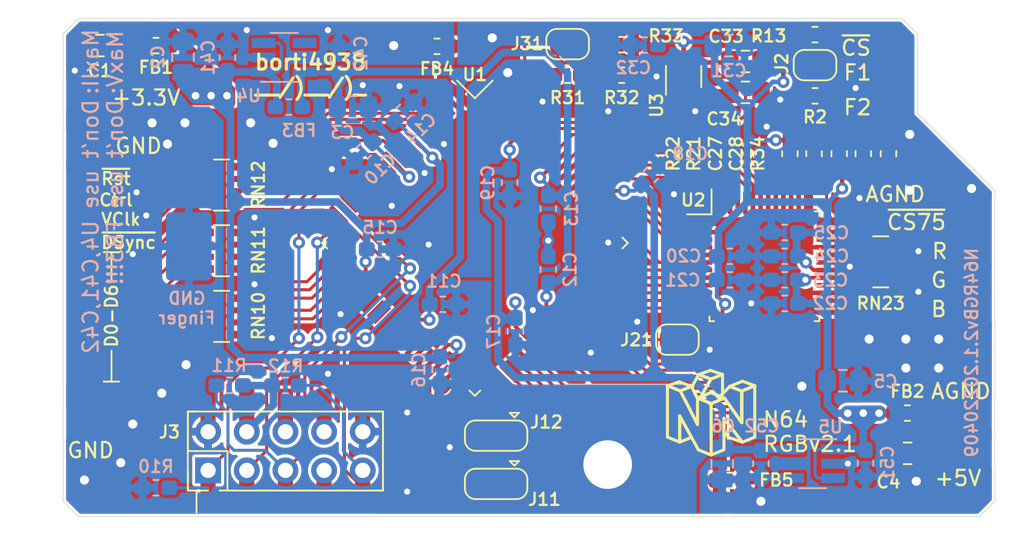
<source format=kicad_pcb>
(kicad_pcb (version 20211014) (generator pcbnew)
  (layers (0 "F.Cu" signal) (31 "B.Cu" signal) (34 "B.Paste" user) (35 "F.Paste" user) (36 "B.SilkS" user "B.Silkscreen") (37 "F.SilkS" user "F.Silkscreen") (38 "B.Mask" user) (39 "F.Mask" user) (44 "Edge.Cuts" user))
  (net 0 "")
  (net 1 "GNDD")
  (net 2 "Net-(C1-Pad1)")
  (net 3 "+3.3VADC")
  (net 4 "+1V8")
  (net 5 "Net-(C4-Pad1)")
  (net 6 "GND")
  (net 7 "+5VA")
  (net 8 "+3V3")
  (net 9 "Net-(C27-Pad1)")
  (net 10 "Net-(C28-Pad1)")
  (net 11 "Net-(U3-Pad4)")
  (net 12 "Net-(R34-Pad2)")
  (net 13 "Net-(U3-Pad3)")
  (net 14 "/D0_cpld")
  (net 15 "/D2_cpld")
  (net 16 "/D1_cpld")
  (net 17 "D1_i")
  (net 18 "D0_i")
  (net 19 "D2_i")
  (net 20 "/D3_cpld")
  (net 21 "/D4_cpld")
  (net 22 "/D6_cpld")
  (net 23 "/D5_cpld")
  (net 24 "D3_i")
  (net 25 "D5_i")
  (net 26 "D4_i")
  (net 27 "D6_i")
  (net 28 "/VCLK_cpld")
  (net 29 "/DSYNC_cpld")
  (net 30 "/RST_cpld")
  (net 31 "/CTRL_cpld")
  (net 32 "VCLK_i")
  (net 33 "CTRL_i")
  (net 34 "DSYNC_i")
  (net 35 "RST_io")
  (net 36 "Filter_Bypass")
  (net 37 "TDI")
  (net 41 "TMS")
  (net 42 "TDO")
  (net 43 "TCK")
  (net 44 "Net-(J31-Pad2)")
  (net 45 "/~{CSYNC_75_pre}")
  (net 46 "B_o")
  (net 47 "~{CSYNC_LVTTL_o}")
  (net 48 "~{CSYNC_75_o}")
  (net 49 "G_o")
  (net 50 "R_o")
  (net 51 "/~{CSYNC}")
  (net 52 "Net-(R21-Pad1)")
  (net 53 "Net-(R22-Pad2)")
  (net 54 "~{HSYNC}")
  (net 55 "~{VSYNC}")
  (net 57 "/R0")
  (net 58 "/R1")
  (net 59 "/R2")
  (net 60 "/R3")
  (net 61 "/R4")
  (net 62 "/R5")
  (net 63 "/R6")
  (net 64 "/R7")
  (net 65 "/G0")
  (net 66 "/G1")
  (net 67 "/G2")
  (net 68 "/G3")
  (net 69 "/G4")
  (net 70 "/G5")
  (net 71 "/G6")
  (net 72 "/G7")
  (net 73 "/B0")
  (net 74 "/B1")
  (net 75 "/B2")
  (net 76 "/B3")
  (net 77 "/B4")
  (net 78 "/B5")
  (net 79 "/B6")
  (net 80 "/B7")
  (net 81 "/VCLK_ADV")
  (net 99 "/~{SoG}")
  (net 100 "/~{SYNC}")
  (net 101 "~{CLAMP}")
  (net 102 "/~{BLANK}")
  (net 107 "/~{15b_mode_t}")
  (net 108 "/VIDeBlur_t")
  (net 109 "/en_IGR_Rst_Func")
  (net 110 "/en_IGR_DeBl_15b_Func")
  (footprint "Capacitor_SMD:C_0805_2012Metric_Pad1.15x1.40mm_HandSolder" (layer "F.Cu") (at 169.15106 116.73332 180)
    (fp_text reference "C4")
    (fp_text value "47u")
  )
  (footprint "Capacitor_SMD:C_0603_1608Metric_Pad1.05x0.95mm_HandSolder" (layer "F.Cu") (at 164.6555 97.028 -90)
    (fp_text reference "C27")
    (fp_text value "0.1u")
  )
  (footprint "Capacitor_SMD:C_0603_1608Metric_Pad1.05x0.95mm_HandSolder" (layer "F.Cu") (at 166.243 97.028 -90)
    (fp_text reference "C28")
    (fp_text value "0.1u")
  )
  (footprint "Resistor_SMD:R_0603_1608Metric_Pad1.05x0.95mm_HandSolder" (layer "F.Cu") (at 119.761 89.916 180)
    (fp_text reference "FB1")
    (fp_text value "MPZ1608S221ATA00")
  )
  (footprint "Resistor_SMD:R_0603_1608Metric_Pad1.05x0.95mm_HandSolder" (layer "F.Cu") (at 169.1386 114.08664)
    (fp_text reference "FB2")
    (fp_text value "MPZ1608S221ATA00")
  )
  (footprint "Resistor_SMD:R_Array_Convex_4x0603" (layer "F.Cu") (at 124.068 103.40848)
    (fp_text reference "RN11")
    (fp_text value "CAT16-47R0F4LF / CAY16-47R0F4LF")
  )
  (footprint "Resistor_SMD:R_Array_Convex_4x0603" (layer "F.Cu") (at 124.068 99.09048)
    (fp_text reference "RN12")
    (fp_text value "CAT16-47R0F4LF / CAY16-47R0F4LF")
  )
  (footprint "Jumper:SolderJumper-3_P1.3mm_Open_RoundedPad1.0x1.5mm" (layer "F.Cu") (at 142.113 115.57 180)
    (fp_text reference "J12")
    (fp_text value "SolderJumper_3_Open")
  )
  (footprint "Jumper:SolderJumper-2_P1.3mm_Open_RoundedPad1.0x1.5mm" (layer "F.Cu") (at 154.0256 109.25556)
    (fp_text reference "J21")
    (fp_text value "SolderJumper_2_Open")
  )
  (footprint "Jumper:SolderJumper-2_P1.3mm_Open_RoundedPad1.0x1.5mm" (layer "F.Cu") (at 146.812 89.81948)
    (fp_text reference "J31")
    (fp_text value "SolderJumper_2_Open")
  )
  (footprint "individual_footprints:Wirepad_1.27_2.54" (layer "F.Cu") (at 115.189 93.24848)
    (fp_text reference "P_3V3" hide)
    (fp_text value "Conn_01x01" hide)
  )
  (footprint "individual_footprints:Wirepad_1.27_2.54" (layer "F.Cu") (at 173.355 116.74348)
    (fp_text reference "P_5V1" hide)
    (fp_text value "Conn_01x01" hide)
  )
  (footprint "individual_footprints:Wirepad_1.27_2.54" (layer "F.Cu") (at 173.355 107.21848)
    (fp_text reference "P_B1" hide)
    (fp_text value "Conn_01x01" hide)
  )
  (footprint "individual_footprints:Wirepad_1.27_2.54" (layer "F.Cu") (at 168.275 90.07348)
    (fp_text reference "P_CS1" hide)
    (fp_text value "Conn_01x01" hide)
  )
  (footprint "individual_footprints:Wirepad_1.27_2.54" (layer "F.Cu") (at 173.355 100.86848)
    (fp_text reference "P_CS_75" hide)
    (fp_text value "Conn_01x01" hide)
  )
  (footprint "individual_footprints:Wirepad_0.8_1.6" (layer "F.Cu") (at 114.808 100.10648)
    (fp_text reference "P_CTRL1" hide)
    (fp_text value "Conn_01x01" hide)
  )
  (footprint "individual_footprints:Wirepad_0.8_1.6" (layer "F.Cu") (at 114.808 111.53648)
    (fp_text reference "P_D0" hide)
    (fp_text value "Conn_01x01" hide)
  )
  (footprint "individual_footprints:Wirepad_0.8_1.6" (layer "F.Cu") (at 114.808 110.26648)
    (fp_text reference "P_D1" hide)
    (fp_text value "Conn_01x01" hide)
  )
  (footprint "individual_footprints:Wirepad_0.8_1.6" (layer "F.Cu") (at 114.808 108.99648)
    (fp_text reference "P_D2" hide)
    (fp_text value "Conn_01x01" hide)
  )
  (footprint "individual_footprints:Wirepad_0.8_1.6" (layer "F.Cu") (at 114.808 107.72648)
    (fp_text reference "P_D3" hide)
    (fp_text value "Conn_01x01" hide)
  )
  (footprint "individual_footprints:Wirepad_0.8_1.6" (layer "F.Cu") (at 114.808 106.45648)
    (fp_text reference "P_D4" hide)
    (fp_text value "Conn_01x01" hide)
  )
  (footprint "individual_footprints:Wirepad_0.8_1.6" (layer "F.Cu") (at 114.808 105.18648)
    (fp_text reference "P_D5" hide)
    (fp_text value "Conn_01x01" hide)
  )
  (footprint "individual_footprints:Wirepad_0.8_1.6" (layer "F.Cu") (at 114.808 103.91648)
    (fp_text reference "P_D6" hide)
    (fp_text value "Conn_01x01" hide)
  )
  (footprint "individual_footprints:Wirepad_0.8_1.6" (layer "F.Cu") (at 114.808 102.64648)
    (fp_text reference "P_DSYNC1" hide)
    (fp_text value "Conn_01x01" hide)
  )
  (footprint "individual_footprints:Wirepad_1.27_2.54" (layer "F.Cu") (at 168.275 91.97848)
    (fp_text reference "P_F1" hide)
    (fp_text value "Conn_01x01" hide)
  )
  (footprint "individual_footprints:Wirepad_1.27_2.54" (layer "F.Cu") (at 168.275 93.88348)
    (fp_text reference "P_F2" hide)
    (fp_text value "Conn_01x01" hide)
  )
  (footprint "individual_footprints:Wirepad_1.27_2.54" (layer "F.Cu") (at 173.355 105.31348)
    (fp_text reference "P_G1" hide)
    (fp_text value "Conn_01x01" hide)
  )
  (footprint "individual_footprints:Wirepad_1.27_2.54" (layer "F.Cu") (at 115.189 114.71148)
    (fp_text reference "P_GND_0" hide)
    (fp_text value "Conn_01x01" hide)
  )
  (footprint "individual_footprints:Wirepad_1.27_2.54" (layer "F.Cu") (at 115.189 96.42348)
    (fp_text reference "P_GND_1" hide)
    (fp_text value "Conn_01x01" hide)
  )
  (footprint "individual_footprints:Wirepad_1.27_2.54" (layer "F.Cu") (at 170.815 98.07448 -45)
    (fp_text reference "P_GND_2" hide)
    (fp_text value "Conn_01x01" hide)
  )
  (footprint "individual_footprints:Wirepad_1.27_2.54" (layer "F.Cu") (at 171.45 97.43948 -45)
    (fp_text reference "P_GND_3" hide)
    (fp_text value "Conn_01x01" hide)
  )
  (footprint "individual_footprints:Wirepad_1.27_2.54" (layer "F.Cu") (at 173.355 103.40848)
    (fp_text reference "P_R1" hide)
    (fp_text value "Conn_01x01" hide)
  )
  (footprint "individual_footprints:Wirepad_0.8_1.6" (layer "F.Cu") (at 114.808 98.83648)
    (fp_text reference "P_RST1" hide)
    (fp_text value "Conn_01x01" hide)
  )
  (footprint "individual_footprints:Wirepad_0.8_1.6" (layer "F.Cu") (at 114.808 101.37648)
    (fp_text reference "P_VCLK1" hide)
    (fp_text value "Conn_01x01" hide)
  )
  (footprint "Resistor_SMD:R_0603_1608Metric_Pad1.05x0.95mm_HandSolder" (layer "F.Cu") (at 146.812 91.86418)
    (fp_text reference "R31")
    (fp_text value "4k7")
  )
  (footprint "Resistor_SMD:R_0603_1608Metric_Pad1.05x0.95mm_HandSolder" (layer "F.Cu") (at 150.368 91.86418)
    (fp_text reference "R32")
    (fp_text value "6k19")
  )
  (footprint "Resistor_SMD:R_0603_1608Metric_Pad1.05x0.95mm_HandSolder" (layer "F.Cu") (at 167.894 97.028 90)
    (fp_text reference "R34")
    (fp_text value "75")
  )
  (footprint "Resistor_SMD:R_Array_Convex_4x0603" (layer "F.Cu") (at 167.386 104.14)
    (fp_text reference "RN23")
    (fp_text value "CAY16-75R0F4LF")
  )
  (footprint "individual_footprints:Wirepad_1.27_2.54" (layer "F.Cu") (at 173.355 114.20348)
    (fp_text reference "P_GND_4" hide)
    (fp_text value "Conn_01x01" hide)
  )
  (footprint "Resistor_SMD:R_Array_Convex_4x0603" (layer "F.Cu") (at 124.068 107.72648)
    (fp_text reference "RN10")
    (fp_text value "CAT16-47R0F4LF / CAY16-47R0F4LF")
  )
  (footprint "Package_QFP:TQFP-100_14x14mm_P0.5mm" (layer "F.Cu") (at 140.716 102.90048 -45)
    (fp_text reference "U1")
    (fp_text value "EPM570T100")
  )
  (footprint "Resistor_SMD:R_0603_1608Metric_Pad1.05x0.95mm_HandSolder" (layer "F.Cu") (at 163.068 93.22308 180)
    (fp_text reference "R2")
    (fp_text value "10k")
  )
  (footprint "Resistor_SMD:R_0603_1608Metric_Pad1.05x0.95mm_HandSolder" (layer "F.Cu") (at 138.2268 89.9668 180)
    (fp_text reference "FB4")
    (fp_text value "MPZ1608S221ATA00")
  )
  (footprint "Capacitor_SMD:C_0805_2012Metric_Pad1.15x1.40mm_HandSolder" (layer "F.Cu") (at 158.496 92.99448)
    (fp_text reference "C34")
    (fp_text value "22u")
  )
  (footprint "Capacitor_SMD:C_0805_2012Metric_Pad1.15x1.40mm_HandSolder" (layer "F.Cu") (at 158.496 90.96248)
    (fp_text reference "C33")
    (fp_text value "33u")
  )
  (footprint "Resistor_SMD:R_0603_1608Metric_Pad1.05x0.95mm_HandSolder" (layer "F.Cu") (at 163.068 89.19718 180)
    (fp_text reference "R13")
    (fp_text value "330")
  )
  (footprint "Jumper:SolderJumper-3_P1.3mm_Open_RoundedPad1.0x1.5mm" (layer "F.Cu") (at 142.113 118.745 180)
    (fp_text reference "J11")
    (fp_text value "SolderJumper_3_Open")
  )
  (footprint "individual_footprints:SC-70-6" (layer "F.Cu") (at 154.432 91.948 90)
    (fp_text reference "U3")
    (fp_text value "TSH122ICT")
  )
  (footprint "Jumper:SolderJumper-2_P1.3mm_Open_RoundedPad1.0x1.5mm" (layer "F.Cu") (at 163.068 91.20378)
    (fp_text reference "J2")
    (fp_text value "SolderJumper_2_Open")
  )
  (footprint "Connector_PinHeader_2.54mm:PinHeader_2x05_P2.54mm_Vertical" (layer "F.Cu") (at 123.19 117.854 90)
    (fp_text reference "J3")
    (fp_text value "30310-6002HB")
  )
  (footprint "Capacitor_SMD:C_0805_2012Metric_Pad1.15x1.40mm_HandSolder" (layer "F.Cu") (at 116.078 89.916 180)
    (fp_text reference "C1")
    (fp_text value "47u")
  )
  (footprint "Resistor_SMD:R_0603_1608Metric_Pad1.05x0.95mm_HandSolder" (layer "F.Cu") (at 157.48 118.5164 180)
    (fp_text reference "FB5")
    (fp_text value "MPZ1608S221ATA00")
  )
  (footprint "Resistor_SMD:R_0603_1608Metric_Pad1.05x0.95mm_HandSolder" (layer "F.Cu") (at 150.368 89.85758)
    (fp_text reference "R33")
    (fp_text value "523")
  )
  (footprint "Package_QFP:LQFP-48_7x7mm_P0.5mm" (layer "F.Cu") (at 159.7406 104.42956)
    (fp_text reference "U2")
    (fp_text value "ADV7125")
  )
  (footprint "Resistor_SMD:R_0603_1608Metric_Pad1.05x0.95mm_HandSolder" (layer "F.Cu") (at 163.0045 97.028 90)
    (fp_text reference "R21")
    (fp_text value "518/515")
  )
  (footprint "Resistor_SMD:R_0603_1608Metric_Pad1.05x0.95mm_HandSolder" (layer "F.Cu") (at 161.417 97.028 -90)
    (fp_text reference "R22")
    (fp_text value "4k7")
  )
  (footprint "Connector_PinHeader_2.54mm:PinHeader_2x05_P2.54mm_Vertical_SMD" (layer "F.Cu") (at 128.265 116.579 90)
    (fp_text reference "J3b1" hide)
    (fp_text value "30310-6002HB")
  )
  (footprint "Capacitor_SMD:C_0805_2012Metric_Pad1.15x1.40mm_HandSolder" (layer "B.Cu") (at 121.539 90.678 90)
    (fp_text reference "C2")
    (fp_text value "10u")
  )
  (footprint "Capacitor_SMD:C_0603_1608Metric_Pad1.05x0.95mm_HandSolder" (layer "B.Cu") (at 133.414087 96.888887 -135)
    (fp_text reference "C10")
    (fp_text value "0.1u")
  )
  (footprint "Capacitor_SMD:C_0603_1608Metric_Pad1.05x0.95mm_HandSolder" (layer "B.Cu") (at 138.6205 106.934)
    (fp_text reference "C11")
    (fp_text value "0.1u")
  )
  (footprint "Capacitor_SMD:C_0603_1608Metric_Pad1.05x0.95mm_HandSolder" (layer "B.Cu") (at 145.542 104.648 90)
    (fp_text reference "C12")
    (fp_text value "0.1u")
  )
  (footprint "Capacitor_SMD:C_0603_1608Metric_Pad1.05x0.95mm_HandSolder" (layer "B.Cu") (at 136.054513 94.262527 45)
    (fp_text reference "C14")
    (fp_text value "0.1u")
  )
  (footprint "Capacitor_SMD:C_0603_1608Metric_Pad1.05x0.95mm_HandSolder" (layer "B.Cu") (at 134.493 103.3145)
    (fp_text reference "C15")
    (fp_text value "0.1u")
  )
  (footprint "Capacitor_SMD:C_0603_1608Metric_Pad1.05x0.95mm_HandSolder" (layer "B.Cu") (at 138.43 111.252 -90)
    (fp_text reference "C16")
    (fp_text value "0.1u")
  )
  (footprint "Capacitor_SMD:C_0603_1608Metric_Pad1.05x0.95mm_HandSolder" (layer "B.Cu") (at 143.383 108.712 -90)
    (fp_text reference "C17")
    (fp_text value "0.1u")
  )
  (footprint "Capacitor_SMD:C_0603_1608Metric_Pad1.05x0.95mm_HandSolder" (layer "B.Cu") (at 152.273 98.425 45)
    (fp_text reference "C18")
    (fp_text value "0.1u")
  )
  (footprint "Capacitor_SMD:C_0603_1608Metric_Pad1.05x0.95mm_HandSolder" (layer "B.Cu") (at 143.002 98.933 -90)
    (fp_text reference "C19")
    (fp_text value "0.1u")
  )
  (footprint "Capacitor_SMD:C_0603_1608Metric_Pad1.05x0.95mm_HandSolder" (layer "B.Cu") (at 131.75488 90.84554 90)
    (fp_text reference "C42")
    (fp_text value "1u")
  )
  (footprint "Package_TO_SOT_SMD:SOT-23-5_HandSoldering" (layer "B.Cu") (at 128.18092 90.69328)
    (fp_text reference "U4")
    (fp_text value "TLV70018_SOT23-5")
  )
  (footprint "Capacitor_SMD:C_0603_1608Metric_Pad1.05x0.95mm_HandSolder" (layer "B.Cu") (at 161.07156 105.32364 180)
    (fp_text reference "C23")
    (fp_text value "0.01u")
  )
  (footprint "Capacitor_SMD:C_0603_1608Metric_Pad1.05x0.95mm_HandSolder" (layer "B.Cu") (at 161.071661 103.7717 180)
    (fp_text reference "C24")
    (fp_text value "0.1u")
  )
  (footprint "Capacitor_SMD:C_0603_1608Metric_Pad1.05x0.95mm_HandSolder" (layer "B.Cu") (at 161.071661 106.87304 180)
    (fp_text reference "C22")
    (fp_text value "0.1u")
  )
  (footprint "Capacitor_SMD:C_0603_1608Metric_Pad1.05x0.95mm_HandSolder" (layer "B.Cu") (at 161.07146 102.2096 180)
    (fp_text reference "C25")
    (fp_text value "0.01u")
  )
  (footprint "Capacitor_SMD:C_0805_2012Metric_Pad1.15x1.40mm_HandSolder" (layer "B.Cu") (at 164.8968 111.9632)
    (fp_text reference "C5")
    (fp_text value "10u")
  )
  (footprint "Resistor_SMD:R_0603_1608Metric_Pad1.05x0.95mm_HandSolder" (layer "B.Cu") (at 128.49342 93.95968 180)
    (fp_text reference "FB3")
    (fp_text value "MPZ1608S221ATA00")
  )
  (footprint "Capacitor_SMD:C_0603_1608Metric_Pad1.05x0.95mm_HandSolder" (layer "B.Cu") (at 157.48 105.32364)
    (fp_text reference "C21")
    (fp_text value "0.01u")
  )
  (footprint "Capacitor_SMD:C_0603_1608Metric_Pad1.05x0.95mm_HandSolder" (layer "B.Cu") (at 157.48 103.77424)
    (fp_text reference "C20")
    (fp_text value "0.1u")
  )
  (footprint "Capacitor_SMD:C_0603_1608Metric_Pad1.05x0.95mm_HandSolder" (layer "B.Cu") (at 151.8665 89.88298 180)
    (fp_text reference "C32")
    (fp_text value "0.01u")
  )
  (footprint "Capacitor_SMD:C_0805_2012Metric_Pad1.15x1.40mm_HandSolder" (layer "B.Cu") (at 157.4015 89.916)
    (fp_text reference "C31")
    (fp_text value "10u")
  )
  (footprint "Package_TO_SOT_SMD:SOT-23-5_HandSoldering" (layer "B.Cu") (at 162.91324 117.41404 180)
    (fp_text reference "U5")
    (fp_text value "TLV70033_SOT23-5")
  )
  (footprint "Capacitor_SMD:C_0805_2012Metric_Pad1.15x1.40mm_HandSolder" (layer "B.Cu") (at 156.972 117.4265 -90)
    (fp_text reference "C6")
    (fp_text value "10u")
  )
  (footprint "Capacitor_SMD:C_0603_1608Metric_Pad1.05x0.95mm_HandSolder" (layer "B.Cu") (at 166.38524 117.38854 -90)
    (fp_text reference "C51")
    (fp_text value "1u")
  )
  (footprint "Capacitor_SMD:C_0603_1608Metric_Pad1.05x0.95mm_HandSolder" (layer "B.Cu") (at 159.512 117.41404 -90)
    (fp_text reference "C52")
    (fp_text value "1u")
  )
  (footprint "Capacitor_SMD:C_0805_2012Metric_Pad1.15x1.40mm_HandSolder" (layer "B.Cu") (at 132.69976 93.94952)
    (fp_text reference "C3")
    (fp_text value "10u")
  )
  (footprint "Resistor_SMD:R_0603_1608Metric_Pad1.05x0.95mm_HandSolder" (layer "B.Cu") (at 128.27 112.268)
    (fp_text reference "R12")
    (fp_text value "10k")
  )
  (footprint "Resistor_SMD:R_0603_1608Metric_Pad1.05x0.95mm_HandSolder" (layer "B.Cu") (at 124.605 112.264 180)
    (fp_text reference "R11")
    (fp_text value "10k")
  )
  (footprint "Resistor_SMD:R_0603_1608Metric_Pad1.05x0.95mm_HandSolder" (layer "B.Cu") (at 119.761 118.999)
    (fp_text reference "R10")
    (fp_text value "1k")
  )
  (footprint "Capacitor_SMD:C_0603_1608Metric_Pad1.05x0.95mm_HandSolder" (layer "B.Cu") (at 124.46 90.70848 90)
    (fp_text reference "C41")
    (fp_text value "1u")
  )
  (footprint "Capacitor_SMD:C_0603_1608Metric_Pad1.05x0.95mm_HandSolder" (layer "B.Cu") (at 145.542 100.6475 -90)
    (fp_text reference "C13")
    (fp_text value "0.1u")
  )
  (footprint "individual_footprints:Pad_4.5_3.0" (layer "B.Cu") (at 121.92 103.124 90)
    (fp_text reference "SHIELD_FINGER1" hide)
    (fp_text value "S1761-42R")
  )
  (gr_poly (pts (xy 163.83 101.2825) (xy 163.449 101.6635) (xy 164.211 101.6635)) (layer "F.Cu") (width 0.2) (fill solid))
  (gr_poly (pts (xy 124.5235 94.5515) (xy 123.444 93.472) (xy 122.3645 93.472) (xy 121.3485 92.456) (xy 121.3485 91.8845) (xy 124.5235 91.8845)) (layer "B.Cu") (width 0.5) (fill solid))
  (gr_line (start 116.84 112.014) (end 116.332 112.014) (layer "F.SilkS") (width 0.12))
  (gr_line (start 116.332 112.014) (end 117.348 112.014) (layer "F.SilkS") (width 0.12))
  (gr_line (start 155.55235 113.01338) (end 155.3464 113.09449) (layer "F.SilkS") (width 0.2))
  (gr_line (start 156.2411 116.84546) (end 156.2411 113.45907) (layer "F.SilkS") (width 0.2))
  (gr_line (start 157.0818 114.43139) (end 157.0818 115.30922) (layer "F.SilkS") (width 0.2))
  (gr_line (start 154.95139 115.68058) (end 154.17822 114.27271) (layer "F.SilkS") (width 0.2))
  (gr_line (start 158.29736 111.99032) (end 159.10764 112.28421) (layer "F.SilkS") (width 0.2))
  (gr_line (start 156.2411 113.45907) (end 156.2411 116.84546) (layer "F.SilkS") (width 0.2))
  (gr_line (start 157.0818 114.43139) (end 157.0818 116.497695) (layer "F.SilkS") (width 0.2))
  (gr_line (start 158.29736 116.001439) (end 157.0818 114.43139) (layer "F.SilkS") (width 0.2))
  (gr_line (start 153.37125 112.28421) (end 154.21528 112.6285) (layer "F.SilkS") (width 0.2))
  (gr_line (start 157.0818 116.497695) (end 156.2411 116.84546) (layer "F.SilkS") (width 0.2))
  (gr_line (start 156.2411 113.45907) (end 157.11225 113.10115) (layer "F.SilkS") (width 0.2))
  (gr_line (start 156.83192 112.98631) (end 156.99072 112.82088) (layer "F.SilkS") (width 0.2))
  (gr_line (start 157.11225 113.10115) (end 156.2411 113.45907) (layer "F.SilkS") (width 0.2))
  (gr_line (start 157.11225 113.10115) (end 158.25347 114.7184) (layer "F.SilkS") (width 0.2))
  (gr_line (start 156.23096 111.8485) (end 155.55235 113.01338) (layer "F.SilkS") (width 0.2))
  (gr_line (start 154.95139 115.68058) (end 154.95139 115.68058) (layer "F.SilkS") (width 0.2))
  (gr_line (start 156.2411 116.84546) (end 155.40392 116.501167) (layer "F.SilkS") (width 0.2))
  (gr_line (start 155.3464 113.09449) (end 155.3464 113.09449) (layer "F.SilkS") (width 0.2))
  (gr_line (start 154.17822 115.997967) (end 154.95139 115.68058) (layer "F.SilkS") (width 0.2))
  (gr_line (start 155.3464 113.09449) (end 156.23096 112.73988) (layer "F.SilkS") (width 0.2))
  (gr_line (start 153.37125 115.66713) (end 153.37125 112.28421) (layer "F.SilkS") (width 0.2))
  (gr_line (start 156.83192 112.98631) (end 156.83192 112.98631) (layer "F.SilkS") (width 0.2))
  (gr_line (start 157.0818 115.30922) (end 157.35878 115.67727) (layer "F.SilkS") (width 0.2))
  (gr_line (start 154.17822 115.997967) (end 153.37125 115.66713) (layer "F.SilkS") (width 0.2))
  (gr_line (start 156.99072 111.5481) (end 156.23096 111.8485) (layer "F.SilkS") (width 0.2))
  (gr_line (start 158.25347 114.7184) (end 157.11225 113.10115) (layer "F.SilkS") (width 0.2))
  (gr_line (start 155.3464 113.1316) (end 155.3464 113.1316) (layer "F.SilkS") (width 0.2))
  (gr_line (start 159.10764 112.28421) (end 159.10764 115.66713) (layer "F.SilkS") (width 0.2))
  (gr_line (start 154.95139 112.3314) (end 155.3464 113.1316) (layer "F.SilkS") (width 0.2))
  (gr_line (start 158.29736 116.001439) (end 158.29736 116.001439) (layer "F.SilkS") (width 0.2))
  (gr_line (start 155.3464 114.82642) (end 155.3464 113.09449) (layer "F.SilkS") (width 0.2))
  (gr_line (start 155.3464 114.82642) (end 154.21528 112.6285) (layer "F.SilkS") (width 0.2))
  (gr_line (start 116.84 103.505) (end 116.84 105.283) (layer "F.SilkS") (width 0.12))
  (gr_line (start 158.25347 112.63517) (end 157.46332 112.33477) (layer "F.SilkS") (width 0.2))
  (gr_line (start 153.37125 112.28421) (end 154.14778 112.0309) (layer "F.SilkS") (width 0.2))
  (gr_line (start 157.46332 112.33477) (end 156.83192 112.98631) (layer "F.SilkS") (width 0.2))
  (gr_line (start 157.11225 113.10115) (end 158.25347 114.7184) (layer "F.SilkS") (width 0.2))
  (gr_line (start 154.21528 112.6285) (end 154.95139 112.3314) (layer "F.SilkS") (width 0.2))
  (gr_line (start 155.3464 113.09449) (end 155.3464 113.1316) (layer "F.SilkS") (width 0.2))
  (gr_line (start 156.83192 112.98631) (end 157.11225 113.10115) (layer "F.SilkS") (width 0.2))
  (gr_line (start 156.20057 111.27797) (end 156.99072 111.5481) (layer "F.SilkS") (width 0.2))
  (gr_line (start 157.46332 112.33477) (end 157.46332 112.33477) (layer "F.SilkS") (width 0.2))
  (gr_line (start 158.29736 116.001439) (end 157.0818 114.43139) (layer "F.SilkS") (width 0.2))
  (gr_line (start 155.3464 113.1316) (end 155.3464 114.82642) (layer "F.SilkS") (width 0.2))
  (gr_line (start 154.17822 114.27271) (end 154.17822 115.997967) (layer "F.SilkS") (width 0.2))
  (gr_line (start 158.25347 112.63517) (end 157.46332 112.33477) (layer "F.SilkS") (width 0.2))
  (gr_line (start 158.25347 114.7184) (end 158.25347 112.63517) (layer "F.SilkS") (width 0.2))
  (gr_line (start 156.23096 111.8485) (end 155.55235 113.01338) (layer "F.SilkS") (width 0.2))
  (gr_line (start 157.11225 113.10115) (end 158.25347 114.7184) (layer "F.SilkS") (width 0.2))
  (gr_line (start 158.25347 114.7184) (end 158.25347 112.63517) (layer "F.SilkS") (width 0.2))
  (gr_line (start 156.23096 111.8485) (end 155.42068 111.5514) (layer "F.SilkS") (width 0.2))
  (gr_line (start 154.21528 112.6285) (end 154.21528 112.6285) (layer "F.SilkS") (width 0.2))
  (gr_line (start 116.332 103.505) (end 117.348 103.505) (layer "F.SilkS") (width 0.12))
  (gr_line (start 155.40392 116.501167) (end 154.17822 114.27271) (layer "F.SilkS") (width 0.2))
  (gr_line (start 154.21528 112.6285) (end 155.3464 114.82642) (layer "F.SilkS") (width 0.2))
  (gr_line (start 154.14778 112.0309) (end 154.95139 112.3314) (layer "F.SilkS") (width 0.2))
  (gr_line (start 156.99072 112.82088) (end 156.99072 111.5481) (layer "F.SilkS") (width 0.2))
  (gr_line (start 156.23096 111.8485) (end 156.23096 111.8485) (layer "F.SilkS") (width 0.2))
  (gr_line (start 155.3464 113.1316) (end 154.97168 112.37182) (layer "F.SilkS") (width 0.2))
  (gr_line (start 156.83192 112.98631) (end 156.83192 112.98631) (layer "F.SilkS") (width 0.2))
  (gr_line (start 155.42068 111.5514) (end 156.20057 111.27797) (layer "F.SilkS") (width 0.2))
  (gr_line (start 154.21528 112.6285) (end 153.37125 112.28421) (layer "F.SilkS") (width 0.2))
  (gr_line (start 156.99072 111.5481) (end 156.23096 111.8485) (layer "F.SilkS") (width 0.2))
  (gr_line (start 154.97168 112.37182) (end 155.42068 111.5514) (layer "F.SilkS") (width 0.2))
  (gr_line (start 159.10764 112.28421) (end 158.25347 112.63517) (layer "F.SilkS") (width 0.2))
  (gr_line (start 155.3464 113.09449) (end 155.3464 113.09449) (layer "F.SilkS") (width 0.2))
  (gr_line (start 158.25347 112.63517) (end 159.10764 112.28421) (layer "F.SilkS") (width 0.2))
  (gr_line (start 156.2411 113.45907) (end 156.2411 113.45907) (layer "F.SilkS") (width 0.2))
  (gr_line (start 155.42068 111.5514) (end 156.23096 111.8485) (layer "F.SilkS") (width 0.2))
  (gr_line (start 158.25347 114.7184) (end 158.25347 112.63517) (layer "F.SilkS") (width 0.2))
  (gr_line (start 157.46332 112.33477) (end 158.29736 111.99032) (layer "F.SilkS") (width 0.2))
  (gr_line (start 158.25347 112.63517) (end 158.25347 114.7184) (layer "F.SilkS") (width 0.2))
  (gr_line (start 155.55235 113.01338) (end 156.23096 112.73988) (layer "F.SilkS") (width 0.2))
  (gr_line (start 157.35878 115.67727) (end 158.29736 116.001439) (layer "F.SilkS") (width 0.2))
  (gr_line (start 154.17822 114.27271) (end 154.17822 115.997967) (layer "F.SilkS") (width 0.2))
  (gr_line (start 155.3464 113.09449) (end 156.2411 113.45907) (layer "F.SilkS") (width 0.2))
  (gr_line (start 156.2411 113.45907) (end 155.3464 113.09449) (layer "F.SilkS") (width 0.2))
  (gr_line (start 156.23096 112.73988) (end 156.83192 112.98631) (layer "F.SilkS") (width 0.2))
  (gr_line (start 116.84 109.982) (end 116.84 112.014) (layer "F.SilkS") (width 0.12))
  (gr_line (start 159.10764 115.66713) (end 158.29736 116.001439) (layer "F.SilkS") (width 0.2))
  (gr_line (start 154.95139 112.3314) (end 154.21528 112.6285) (layer "F.SilkS") (width 0.2))
  (gr_line (start 158.25347 112.63517) (end 158.25347 112.63517) (layer "F.SilkS") (width 0.2))
  (gr_line (start 117.348 103.505) (end 116.84 103.505) (layer "F.SilkS") (width 0.12))
  (gr_line (start 156.23096 112.73988) (end 157.11225 113.10115) (layer "F.SilkS") (width 0.2))
  (gr_line (start 155.3464 114.82642) (end 155.3464 114.82642) (layer "F.SilkS") (width 0.2))
  (gr_line (start 169.799 89.154) (end 169.799 94.361) (layer "Edge.Cuts") (width 0.05))
  (gr_line (start 114.681 88.138) (end 168.783 88.138) (layer "Edge.Cuts") (width 0.05))
  (gr_line (start 173.863 120.904) (end 114.681 120.904) (layer "Edge.Cuts") (width 0.05))
  (gr_line (start 114.681 88.138) (end 113.665 89.154) (layer "Edge.Cuts") (width 0.05))
  (gr_line (start 169.799 94.361) (end 174.879 99.441) (layer "Edge.Cuts") (width 0.05))
  (gr_line (start 113.665 119.888) (end 113.665 89.154) (layer "Edge.Cuts") (width 0.05))
  (gr_line (start 174.879 99.441) (end 174.879 119.888) (layer "Edge.Cuts") (width 0.05))
  (gr_line (start 169.799 89.154) (end 168.783 88.138) (layer "Edge.Cuts") (width 0.05))
  (gr_line (start 173.863 120.904) (end 174.879 119.888) (layer "Edge.Cuts") (width 0.05))
  (gr_line (start 113.665 119.888) (end 114.681 120.904) (layer "Edge.Cuts") (width 0.05))
  (gr_text "Don't use U4,C41,C42\nDon't use FB3!!!" (at 116.2812 93.3704 90) (layer "B.SilkS") (effects (font (size 1 1)) (justify left mirror)))
  (gr_text "MaxII:\nMaxV:" (at 116.2812 93.218 90) (layer "B.SilkS") (effects (font (size 1 1)) (justify right mirror)))
  (gr_text "N64RGBv2.1.20220409" (at 173.355 110.109 90) (layer "B.SilkS") (effects (font (size 0.8 0.8)) (justify mirror)))
  (gr_text "GND\nFinger" (at 121.793 107.188) (layer "B.SilkS") (effects (font (size 0.8 0.8)) (justify mirror)))
  (gr_text "GND" (at 115.4684 116.5352) (layer "F.SilkS") (effects (font (size 1 1))))
  (gr_text "F1" (at 165.862 91.694) (layer "F.SilkS") (effects (font (size 1 1))))
  (gr_text "F2" (at 165.862 93.98) (layer "F.SilkS") (effects (font (size 1 1))))
  (gr_text "GND" (at 118.618 96.52) (layer "F.SilkS") (effects (font (size 1 1))))
  (gr_text "~{CS}" (at 165.7604 90.0684) (layer "F.SilkS") (effects (font (size 1 1))))
  (gr_text "AGND" (at 172.6565 112.649) (layer "F.SilkS") (effects (font (size 1 1))))
  (gr_text "~{CS75}" (at 169.7355 101.5365) (layer "F.SilkS") (effects (font (size 1 1))))
  (gr_text "VClk" (at 116.078 101.346) (layer "F.SilkS") (effects (font (size 0.8 0.8)) (justify left)))
  (gr_text "B" (at 171.196 107.2515) (layer "F.SilkS") (effects (font (size 1 1))))
  (gr_text "R" (at 171.2595 103.4415) (layer "F.SilkS") (effects (font (size 1 1))))
  (gr_text "+3.3V" (at 119.126 93.345) (layer "F.SilkS") (effects (font (size 1 1))))
  (gr_text "N64\nRGBv2.1" (at 159.5628 115.316) (layer "F.SilkS") (effects (font (size 1 1)) (justify left)))
  (gr_text "+5V" (at 172.466 118.364) (layer "F.SilkS") (effects (font (size 1 1))))
  (gr_text "Ctrl" (at 115.951 100.076) (layer "F.SilkS") (effects (font (size 0.8 0.8)) (justify left)))
  (gr_text "AGND" (at 168.3385 99.695) (layer "F.SilkS") (effects (font (size 1 1))))
  (gr_text "~{Rst}" (at 116.078 98.679) (layer "F.SilkS") (effects (font (size 0.8 0.8)) (justify left)))
  (gr_text "~{DSync}" (at 116.078 102.87) (layer "F.SilkS") (effects (font (size 0.8 0.8)) (justify left)))
  (gr_text "borti4938\n__/)__/)_" (at 129.921 91.821) (layer "F.SilkS") (effects (font (size 1 1) (thickness 0.2))))
  (gr_text "G" (at 171.196 105.3465) (layer "F.SilkS") (effects (font (size 1 1))))
  (gr_text "D0-D6" (at 116.84 107.696 90) (layer "F.SilkS") (effects (font (size 0.8 0.8))))
  (segment (start 115.0135 90.9805) (end 114.427 91.567) (width 0.5) (layer "F.Cu") (net 1))
  (segment (start 115.0135 89.916) (end 115.0135 90.9805) (width 0.5) (layer "F.Cu") (net 1))
  (segment (start 139.792001 97.501001) (end 138.684 96.393) (width 0.254) (layer "F.Cu") (net 1))
  (segment (start 145.427099 96.775168) (end 144.701266 97.501001) (width 0.254) (layer "F.Cu") (net 1))
  (segment (start 146.841312 107.611579) (end 146.249111 107.019378) (width 0.254) (layer "F.Cu") (net 1))
  (segment (start 144.701266 97.501001) (end 139.792001 97.501001) (width 0.254) (layer "F.Cu") (net 1))
  (segment (start 146.249111 107.019378) (end 146.249111 104.593111) (width 0.254) (layer "F.Cu") (net 1))
  (via (at 145.542 102.743) (size 0.8) (drill 0.4) (layers "F.Cu" "B.Cu") (net 1))
  (via (at 115.062 118.491) (size 1.2) (drill 0.6) (layers "F.Cu" "B.Cu") (net 1))
  (via (at 139.065 116.332) (size 0.8) (drill 0.4) (layers "F.Cu" "B.Cu") (net 1))
  (via (at 149.44344 117.475) (size 5.5) (drill 3.2) (layers "F.Cu" "B.Cu") (net 1))
  (via (at 118.237 114.808) (size 1.2) (drill 0.6) (layers "F.Cu" "B.Cu") (net 1))
  (via (at 121.74 110.904) (size 1.2) (drill 0.6) (layers "F.Cu" "B.Cu") (net 1))
  (via (at 120.142 112.776) (size 1.2) (drill 0.6) (layers "F.Cu" "B.Cu") (net 1))
  (via (at 119.126 101.092) (size 0.8) (drill 0.4) (layers "F.Cu" "B.Cu") (net 1))
  (via (at 118.491 99.568) (size 0.8) (drill 0.4) (layers "F.Cu" "B.Cu") (net 1))
  (via (at 131.8895 107.5817) (size 0.8) (drill 0.4) (layers "F.Cu" "B.Cu") (net 1))
  (via (at 138.684 96.393) (size 0.8) (drill 0.4) (layers "F.Cu" "B.Cu") (net 1))
  (via (at 125.73 88.9) (size 0.8) (drill 0.4) (layers "F.Cu" "B.Cu") (net 1))
  (via (at 114.427 91.567) (size 0.8) (drill 0.4) (layers "F.Cu" "B.Cu") (net 1))
  (via (at 119.507 94.996) (size 1.2) (drill 0.6) (layers "F.Cu" "B.Cu") (net 1))
  (via (at 118.237 103.632) (size 0.8) (drill 0.4) (layers "F.Cu" "B.Cu") (net 1))
  (via (at 131.318 98.044) (size 0.8) (drill 0.4) (layers "F.Cu" "B.Cu") (net 1))
  (via (at 127.457427 96.342427) (size 1.2) (drill 0.6) (layers "F.Cu" "B.Cu") (net 1))
  (via (at 126.238 101.219) (size 0.8) (drill 0.4) (layers "F.Cu" "B.Cu") (net 1))
  (via (at 136.271 119.253) (size 0.8) (drill 0.4) (layers "F.Cu" "B.Cu") (net 1))
  (via (at 126.238 105.6132) (size 0.8) (drill 0.4) (layers "F.Cu" "B.Cu") (net 1))
  (via (at 137.675 103.004) (size 0.8) (drill 0.4) (layers "F.Cu" "B.Cu") (net 1))
  (via (at 133.35 92.5195) (size 0.8) (drill 0.4) (layers "F.Cu" "B.Cu") (net 1))
  (via (at 136.271 114.046) (size 0.8) (drill 0.4) (layers "F.Cu" "B.Cu") (net 1))
  (via (at 120.523 96.393) (size 1.2) (drill 0.6) (layers "F.Cu" "B.Cu") (net 1))
  (via (at 135.382 89.916) (size 1.2) (drill 0.6) (layers "F.Cu" "B.Cu") (net 1))
  (via (at 125.984 94.996) (size 1.2) (drill 0.6) (layers "F.Cu" "B.Cu") (net 1))
  (via (at 117.4496 117.348) (size 1.2) (drill 0.6) (layers "F.Cu" "B.Cu") (net 1))
  (via (at 121.666 94.996) (size 1.2) (drill 0.6) (layers "F.Cu" "B.Cu") (net 1))
  (via (at 131.064 111.506) (size 0.8) (drill 0.4) (layers "F.Cu" "B.Cu") (net 1))
  (via (at 131.064 88.9) (size 0.8) (drill 0.4) (layers "F.Cu" "B.Cu") (net 1))
  (via (at 137.414 98.298) (size 0.8) (drill 0.4) (layers "F.Cu" "B.Cu") (net 1))
  (via (at 135.255 100.457) (size 0.8) (drill 0.4) (layers "F.Cu" "B.Cu") (net 1))
  (via (at 135.763 92.583) (size 0.8) (drill 0.4) (layers "F.Cu" "B.Cu") (net 1))
  (via (at 127.381 109.1565) (size 0.8) (drill 0.4) (layers "F.Cu" "B.Cu") (net 1))
  (segment (start 145.542 103.8605) (end 145.542 102.743) (width 0.254) (layer "B.Cu") (net 1))
  (segment (start 145.542 102.108) (end 145.542 101.473) (width 0.254) (layer "B.Cu") (net 1))
  (segment (start 145.542 102.743) (end 145.542 102.108) (width 0.254) (layer "B.Cu") (net 1))
  (segment (start 116.8885 89.916) (end 116.8885 90.8835) (width 0.5) (layer "F.Cu") (net 2))
  (segment (start 115.189 92.583) (end 115.189 93.24848) (width 0.5) (layer "F.Cu") (net 2))
  (segment (start 116.8885 89.916) (end 118.9735 89.916) (width 0.5) (layer "F.Cu") (net 2))
  (segment (start 116.8885 90.8835) (end 115.189 92.583) (width 0.5) (layer "F.Cu") (net 2))
  (segment (start 122.36196 93.21292) (end 124.42952 93.21292) (width 1) (layer "F.Cu") (net 3))
  (segment (start 137.922 97.282) (end 137.922 97.278053) (width 0.25) (layer "F.Cu") (net 3))
  (segment (start 138.943815 109.600992) (end 139.5095 109.600992) (width 0.25) (layer "F.Cu") (net 3))
  (segment (start 133.5405 105.126233) (end 133.5405 104.705685) (width 0.25) (layer "F.Cu") (net 3))
  (segment (start 137.922 97.278053) (end 136.712008 96.068061) (width 0.25) (layer "F.Cu") (net 3))
  (segment (start 132.822921 105.843812) (end 133.5405 105.126233) (width 0.25) (layer "F.Cu") (net 3))
  (segment (start 137.772668 110.793559) (end 137.772668 110.772139) (width 0.25) (layer "F.Cu") (net 3))
  (segment (start 133.5405 104.705685) (end 133.5405 104.14) (width 0.25) (layer "F.Cu") (net 3))
  (segment (start 137.772668 110.772139) (end 138.943815 109.600992) (width 0.25) (layer "F.Cu") (net 3))
  (via (at 137.922 97.282) (size 0.8) (drill 0.4) (layers "F.Cu" "B.Cu") (net 3))
  (via (at 133.5405 104.14) (size 0.8) (drill 0.4) (layers "F.Cu" "B.Cu") (net 3))
  (via (at 122.36196 93.21292) (size 1) (drill 0.5) (layers "F.Cu" "B.Cu") (net 3))
  (via (at 124.42952 93.21292) (size 1) (drill 0.5) (layers "F.Cu" "B.Cu") (net 3))
  (via (at 139.5095 109.600992) (size 0.8) (drill 0.4) (layers "F.Cu" "B.Cu") (net 3))
  (via (at 123.38812 93.21292) (size 1) (drill 0.5) (layers "F.Cu" "B.Cu") (net 3))
  (segment (start 131.699 100.203) (end 133.096 101.6) (width 0.5) (layer "B.Cu") (net 3))
  (segment (start 133.604 102.108) (end 134.112 101.6) (width 0.5) (layer "B.Cu") (net 3))
  (segment (start 135.543194 94.870174) (end 137.922 97.24898) (width 0.25) (layer "B.Cu") (net 3))
  (segment (start 127.70592 93.95968) (end 127.70592 92.26828) (width 0.5) (layer "B.Cu") (net 3))
  (segment (start 135.9154 101.6) (end 138.43 99.0854) (width 0.5) (layer "B.Cu") (net 3))
  (segment (start 127.81272 91.64328) (end 127.08092 91.64328) (width 0.2) (layer "B.Cu") (net 3))
  (segment (start 125.665 112.279) (end 127.384 112.279) (width 0.5) (layer "B.Cu") (net 3))
  (segment (start 125.73 115.314) (end 125.73 115.289) (width 0.5) (layer "B.Cu") (net 3))
  (segment (start 124.75464 100.86086) (end 125.4125 100.203) (width 0.5) (layer "B.Cu") (net 3))
  (segment (start 125.43536 100.16236) (end 124.7775 99.5045) (width 0.5) (layer "B.Cu") (net 3))
  (segment (start 122.4003 92.2251) (end 123.38812 93.21292) (width 0.5) (layer "B.Cu") (net 3))
  (segment (start 133.5405 104.174194) (end 133.5405 104.14) (width 0.3) (layer "B.Cu") (net 3))
  (segment (start 125.610161 110.438875) (end 126.873 110.4392) (width 0.5) (layer "B.Cu") (net 3))
  (segment (start 121.76252 91.62566) (end 124.33032 91.62566) (width 0.5) (layer "B.Cu") (net 3))
  (segment (start 125.73 115.289) (end 127.4825 113.5365) (width 0.5) (layer "B.Cu") (net 3))
  (segment (start 127.384 112.279) (end 127.395 112.268) (width 0.5) (layer "B.Cu") (net 3))
  (segment (start 123.38812 93.21292) (end 123.888119 92.712921) (width 0.5) (layer "B.Cu") (net 3))
  (segment (start 138.43 99.0854) (end 138.43 97.79) (width 0.5) (layer "B.Cu") (net 3))
  (segment (start 122.36196 93.21292) (end 122.36196 92.2251) (width 0.5) (layer "B.Cu") (net 3))
  (segment (start 124.6505 109.6645) (end 125.424999 110.438999) (width 0.5) (layer "B.Cu") (net 3))
  (segment (start 133.5405 103.3145) (end 133.5405 104.14) (width 0.25) (layer "B.Cu") (net 3))
  (segment (start 124.42952 93.21292) (end 124.6505 93.4339) (width 0.5) (layer "B.Cu") (net 3))
  (segment (start 138.3665 110.363) (end 139.2555 110.363) (width 0.25) (layer "B.Cu") (net 3))
  (segment (start 124.42952 93.21292) (end 123.38812 93.21292) (width 1) (layer "B.Cu") (net 3))
  (segment (start 127.70592 92.26828) (end 127.08092 91.64328) (width 0.5) (layer "B.Cu") (net 3))
  (segment (start 126.873 110.4392) (end 127.456875 110.438875) (width 0.5) (layer "B.Cu") (net 3))
  (segment (start 125.06452 100.3935) (end 124.968 100.3935) (width 0.5) (layer "B.Cu") (net 3))
  (segment (start 133.096 101.6) (end 133.604 101.6) (width 0.5) (layer "B.Cu") (net 3))
  (segment (start 133.604 103.3145) (end 133.604 102.108) (width 0.5) (layer "B.Cu") (net 3))
  (segment (start 122.36196 92.2251) (end 121.76252 91.62566) (width 0.5) (layer "B.Cu") (net 3))
  (segment (start 123.888119 92.712921) (end 123.888119 92.710381) (width 0.5) (layer "B.Cu") (net 3))
  (segment (start 124.6505 102.362) (end 124.6505 109.6645) (width 0.5) (layer "B.Cu") (net 3))
  (segment (start 133.604 102.108) (end 133.096 101.6) (width 0.5) (layer "B.Cu") (net 3))
  (segment (start 127.08092 89.74328) (end 127.81092 89.74328) (width 0.2) (layer "B.Cu") (net 3))
  (segment (start 124.6073 91.64328) (end 124.46 91.49598) (width 0.5) (layer "B.Cu") (net 3))
  (segment (start 123.888119 92.710381) (end 124.42952 92.16898) (width 0.5) (layer "B.Cu") (net 3))
  (segment (start 122.36196 93.21292) (end 123.38812 93.21292) (width 1) (layer "B.Cu") (net 3))
  (segment (start 127.4825 111.0487) (end 126.873 110.4392) (width 0.5) (layer "B.Cu") (net 3))
  (segment (start 139.2555 110.363) (end 139.5095 110.109) (width 0.25) (layer "B.Cu") (net 3))
  (segment (start 125.4125 100.203) (end 131.699 100.203) (width 0.5) (layer "B.Cu") (net 3))
  (segment (start 138.364869 110.201358) (end 138.374011 110.2105) (width 0.5) (layer "B.Cu") (net 3))
  (segment (start 125.424999 110.438999) (end 126.090479 110.438999) (width 0.5) (layer "B.Cu") (net 3))
  (segment (start 133.604 101.6) (end 134.112 101.6) (width 0.5) (layer "B.Cu") (net 3))
  (segment (start 127.4825 113.5365) (end 127.4825 111.0487) (width 0.5) (layer "B.Cu") (net 3))
  (segment (start 134.112 101.6) (end 135.9154 101.6) (width 0.5) (layer "B.Cu") (net 3))
  (segment (start 137.922 97.24898) (end 137.922 97.282) (width 0.25) (layer "B.Cu") (net 3))
  (segment (start 128.016 89.94836) (end 128.016 91.44) (width 0.2) (layer "B.Cu") (net 3))
  (segment (start 124.6505 102.362) (end 124.6505 102.23754) (width 0.5) (layer "B.Cu") (net 3))
  (segment (start 122.36196 92.2251) (end 122.4003 92.2251) (width 0.5) (layer "B.Cu") (net 3))
  (segment (start 127.81092 89.74328) (end 128.016 89.94836) (width 0.2) (layer "B.Cu") (net 3))
  (segment (start 124.42952 93.21292) (end 124.42952 92.16898) (width 0.5) (layer "B.Cu") (net 3))
  (segment (start 127.4825 111.0487) (end 127.4827 111.0487) (width 0.5) (layer "B.Cu") (net 3))
  (segment (start 125.1839 100.1395) (end 125.0315 100.1395) (width 0.5) (layer "B.Cu") (net 3))
  (segment (start 138.374011 110.2105) (end 138.43 110.2105) (width 0.5) (layer "B.Cu") (net 3))
  (segment (start 127.08092 91.64328) (end 124.6073 91.64328) (width 0.5) (layer "B.Cu") (net 3))
  (segment (start 133.604 102.108) (end 133.604 101.6) (width 0.5) (layer "B.Cu") (net 3))
  (segment (start 128.0922 110.4392) (end 138.127352 110.438875) (width 0.5) (layer "B.Cu") (net 3))
  (segment (start 124.42952 92.16898) (end 124.42952 91.52646) (width 0.5) (layer "B.Cu") (net 3))
  (segment (start 124.6505 93.4339) (end 124.6505 100.9015) (width 0.5) (layer "B.Cu") (net 3))
  (segment (start 127.456875 110.438875) (end 127.4825 110.4645) (width 0.5) (layer "B.Cu") (net 3))
  (segment (start 124.33032 91.62566) (end 124.46 91.49598) (width 0.5) (layer "B.Cu") (net 3))
  (segment (start 128.016 91.44) (end 127.81272 91.64328) (width 0.2) (layer "B.Cu") (net 3))
  (segment (start 139.5095 110.109) (end 139.5095 109.600992) (width 0.25) (layer "B.Cu") (net 3))
  (segment (start 133.633306 104.267) (end 133.5405 104.174194) (width 0.3) (layer "B.Cu") (net 3))
  (segment (start 124.42952 91.52646) (end 124.46 91.49598) (width 0.5) (layer "B.Cu") (net 3))
  (segment (start 138.127352 110.438875) (end 138.364869 110.201358) (width 0.5) (layer "B.Cu") (net 3))
  (segment (start 124.6505 100.9015) (end 124.6505 102.362) (width 0.5) (layer "B.Cu") (net 3))
  (segment (start 127.456875 110.438875) (end 128.0922 110.4392) (width 0.5) (layer "B.Cu") (net 3))
  (segment (start 127.4827 111.0487) (end 128.0922 110.4392) (width 0.5) (layer "B.Cu") (net 3))
  (segment (start 138.43 97.79) (end 137.922 97.282) (width 0.5) (layer "B.Cu") (net 3))
  (segment (start 127.4825 110.4645) (end 127.4825 111.0487) (width 0.5) (layer "B.Cu") (net 3))
  (segment (start 144.999288 98.600804) (end 145.015676 98.600804) (width 0.25) (layer "F.Cu") (net 4))
  (segment (start 137.165815 107.95) (end 137.7315 107.95) (width 0.25) (layer "F.Cu") (net 4))
  (segment (start 145.414996 107.599476) (end 145.414996 106.737685) (width 0.25) (layer "F.Cu") (net 4))
  (segment (start 136.36752 98.552) (end 135.297794 97.482274) (width 0.25) (layer "F.Cu") (net 4))
  (segment (start 136.398 98.552) (end 136.36752 98.552) (width 0.25) (layer "F.Cu") (net 4))
  (segment (start 135.651348 108.672239) (end 136.373587 107.95) (width 0.25) (layer "F.Cu") (net 4))
  (segment (start 146.134206 108.318686) (end 145.414996 107.599476) (width 0.25) (layer "F.Cu") (net 4))
  (segment (start 145.414996 106.737685) (end 145.414996 106.172) (width 0.25) (layer "F.Cu") (net 4))
  (segment (start 136.373587 107.95) (end 137.165815 107.95) (width 0.25) (layer "F.Cu") (net 4))
  (segment (start 145.015676 98.600804) (end 146.134206 97.482274) (width 0.25) (layer "F.Cu") (net 4))
  (via (at 136.398 98.552) (size 0.8) (drill 0.4) (layers "F.Cu" "B.Cu") (net 4))
  (via (at 145.414996 106.426) (size 0.8) (drill 0.4) (layers "F.Cu" "B.Cu") (net 4))
  (via (at 137.7315 107.95) (size 0.8) (drill 0.4) (layers "F.Cu" "B.Cu") (net 4))
  (via (at 144.999288 98.600804) (size 0.8) (drill 0.4) (layers "F.Cu" "B.Cu") (net 4))
  (segment (start 146.812 91.7448) (end 146.812 99.187) (width 0.5) (layer "B.Cu") (net 4))
  (segment (start 145.542 99.822) (end 145.5675 99.7965) (width 0.5) (layer "B.Cu") (net 4))
  (segment (start 146.0245 99.7965) (end 146.1515 99.7965) (width 0.5) (layer "B.Cu") (net 4))
  (segment (start 131.75488 91.63304) (end 132.60324 91.63304) (width 0.5) (layer "B.Cu") (net 4))
  (segment (start 139.02944 91.63304) (end 138.62812 91.63304) (width 0.5) (layer "B.Cu") (net 4))
  (segment (start 146.812 104.775) (end 146.1515 105.4355) (width 0.5) (layer "B.Cu") (net 4))
  (segment (start 146.2785 99.7965) (end 146.7865 99.7965) (width 0.5) (layer "B.Cu") (net 4))
  (segment (start 146.7865 99.7965) (end 146.812 99.822) (width 0.5) (layer "B.Cu") (net 4))
  (segment (start 137.7315 107.384315) (end 137.7315 107.95) (width 0.25) (layer "B.Cu") (net 4))
  (segment (start 146.1515 99.7965) (end 146.812 100.457) (width 0.5) (layer "B.Cu") (net 4))
  (segment (start 146.2785 99.7965) (end 146.2785 99.7205) (width 0.5) (layer "B.Cu") (net 4))
  (segment (start 145.542 105.4355) (end 145.542 106.044996) (width 0.25) (layer "B.Cu") (net 4))
  (segment (start 139.86256 92.3544) (end 140.58392 91.63304) (width 0.5) (layer "B.Cu") (net 4))
  (segment (start 131.75488 92.5322) (end 131.75488 93.94214) (width 0.5) (layer "B.Cu") (net 4))
  (segment (start 139.7508 92.3544) (end 139.86256 92.3544) (width 0.5) (layer "B.Cu") (net 4))
  (segment (start 146.812 99.822) (end 146.812 100.457) (width 0.5) (layer "B.Cu") (net 4))
  (segment (start 131.74464 91.64328) (end 131.75488 91.63304) (width 0.5) (layer "B.Cu") (net 4))
  (segment (start 131.76226 95.20658) (end 132.04952 95.49384) (width 0.5) (layer "B.Cu") (net 4))
  (segment (start 146.812 99.48672) (end 146.812 99.822) (width 0.5) (layer "B.Cu") (net 4))
  (segment (start 129.28092 91.64328) (end 131.74464 91.64328) (width 0.5) (layer "B.Cu") (net 4))
  (segment (start 145.5675 99.7965) (end 146.0245 99.7965) (width 0.5) (layer "B.Cu") (net 4))
  (segment (start 137.716847 105.869153) (end 137.716847 106.982847) (width 0.5) (layer "B.Cu") (net 4))
  (segment (start 146.1515 105.4355) (end 145.542 105.4355) (width 0.5) (layer "B.Cu") (net 4))
  (segment (start 134.033847 96.345327) (end 136.24052 98.552) (width 0.25) (layer "B.Cu") (net 4))
  (segment (start 145.015676 98.600804) (end 144.999288 98.600804) (width 0.25) (layer "B.Cu") (net 4))
  (segment (start 131.75488 91.63304) (end 131.75488 92.5322) (width 0.5) (layer "B.Cu") (net 4))
  (segment (start 139.7508 92.3544) (end 139.7508 103.8352) (width 0.5) (layer "B.Cu") (net 4))
  (segment (start 131.76226 93.94952) (end 131.76226 95.20658) (width 0.5) (layer "B.Cu") (net 4))
  (segment (start 136.24052 98.552) (end 136.398 98.552) (width 0.25) (layer "B.Cu") (net 4))
  (segment (start 146.0245 99.7965) (end 146.2785 99.7965) (width 0.5) (layer "B.Cu") (net 4))
  (segment (start 145.542 99.7585) (end 145.542 99.143516) (width 0.25) (layer "B.Cu") (net 4))
  (segment (start 140.58392 91.63304) (end 141.28496 91.63304) (width 0.5) (layer "B.Cu") (net 4))
  (segment (start 139.7508 91.72956) (end 139.65428 91.63304) (width 0.5) (layer "B.Cu") (net 4))
  (segment (start 137.716847 106.982847) (end 137.7315 106.9975) (width 0.25) (layer "B.Cu") (net 4))
  (segment (start 139.7508 92.3544) (end 139.7508 91.72956) (width 0.5) (layer "B.Cu") (net 4))
  (segment (start 131.75488 93.94214) (end 131.76226 93.94952) (width 0.5) (layer "B.Cu") (net 4))
  (segment (start 138.62812 91.63304) (end 139.65428 91.63304) (width 0.5) (layer "B.Cu") (net 4))
  (segment (start 139.65428 91.63304) (end 140.58392 91.63304) (width 0.5) (layer "B.Cu") (net 4))
  (segment (start 145.542 106.044996) (end 145.414996 106.172) (width 0.25) (layer "B.Cu") (net 4))
  (segment (start 132.60324 91.63304) (end 139.51712 91.63304) (width 0.5) (layer "B.Cu") (net 4))
  (segment (start 139.7508 103.8352) (end 137.716847 105.869153) (width 0.5) (layer "B.Cu") (net 4))
  (segment (start 145.542 99.143516) (end 144.999288 98.600804) (width 0.25) (layer "B.Cu") (net 4))
  (segment (start 133.132734 95.49384) (end 133.970934 96.33204) (width 0.5) (layer "B.Cu") (net 4))
  (segment (start 145.4404 90.3732) (end 146.812 91.7448) (width 0.5) (layer "B.Cu") (net 4))
  (segment (start 131.75488 92.4814) (end 132.60324 91.63304) (width 0.5) (layer "B.Cu") (net 4))
  (segment (start 139.7508 92.3544) (end 139.02944 91.63304) (width 0.5) (layer "B.Cu") (net 4))
  (segment (start 146.812 99.48672) (end 146.812 99.187) (width 0.5) (layer "B.Cu") (net 4))
  (segment (start 142.5448 90.3732) (end 145.4404 90.3732) (width 0.5) (layer "B.Cu") (net 4))
  (segment (start 141.28496 91.63304) (end 142.5448 90.3732) (width 0.5) (layer "B.Cu") (net 4))
  (segment (start 146.2785 99.7205) (end 146.812 99.187) (width 0.5) (layer "B.Cu") (net 4))
  (segment (start 146.812 100.457) (end 146.812 104.775) (width 0.5) (layer "B.Cu") (net 4))
  (segment (start 131.75488 92.5322) (end 131.75488 92.4814) (width 0.5) (layer "B.Cu") (net 4))
  (segment (start 129.28092 91.64328) (end 129.28092 93.95968) (width 0.5) (layer "B.Cu") (net 4))
  (segment (start 137.7315 106.9975) (end 137.7315 107.384315) (width 0.25) (layer "B.Cu") (net 4))
  (segment (start 132.04952 95.49384) (end 133.132734 95.49384) (width 0.5) (layer "B.Cu") (net 4))
  (segment (start 169.96664 114.20856) (end 169.96664 115.61572) (width 0.8) (layer "F.Cu") (net 5))
  (segment (start 173.355 116.74348) (end 170.86072 116.74348) (width 0.8) (layer "F.Cu") (net 5))
  (segment (start 170.85056 116.49964) (end 169.96664 115.61572) (width 0.6) (layer "F.Cu") (net 5))
  (segment (start 170.85056 116.73332) (end 170.85056 116.49964) (width 0.6) (layer "F.Cu") (net 5))
  (segment (start 169.96664 116.6114) (end 170.08856 116.73332) (width 0.6) (layer "F.Cu") (net 5))
  (segment (start 169.96664 115.61572) (end 169.96664 116.6114) (width 0.8) (layer "F.Cu") (net 5))
  (segment (start 170.86072 116.74348) (end 170.85056 116.73332) (width 0.6) (layer "F.Cu") (net 5))
  (segment (start 170.86072 116.74348) (end 170.09872 116.74348) (width 0.8) (layer "F.Cu") (net 5))
  (segment (start 170.09872 116.74348) (end 170.08856 116.73332) (width 0.8) (layer "F.Cu") (net 5))
  (segment (start 145.780652 108.672239) (end 147.217413 110.109) (width 0.254) (layer "F.Cu") (net 6))
  (segment (start 154.6756 109.25556) (end 154.686 109.26596) (width 0.4) (layer "F.Cu") (net 6))
  (segment (start 173.32452 99.314) (end 171.45 97.43948) (width 0.5) (layer "F.Cu") (net 6))
  (segment (start 166.486 104.54) (end 167.151 104.54) (width 0.2) (layer "F.Cu") (net 6))
  (segment (start 154.6756 109.25556) (end 155.48356 109.25556) (width 0.4) (layer "F.Cu") (net 6))
  (segment (start 144.399 108.7048) (end 144.399 107.442) (width 0.254) (layer "F.Cu") (net 6))
  (segment (start 154.686 110.363) (end 154.686 110.109) (width 0.4) (layer "F.Cu") (net 6))
  (segment (start 148.723985 101.256456) (end 148.723985 102.114985) (width 0.254) (layer "F.Cu") (net 6))
  (segment (start 173.355 99.314) (end 172.05452 99.314) (width 0.5) (layer "F.Cu") (net 6))
  (segment (start 167.386 104.775) (end 167.386 105.156) (width 0.2) (layer "F.Cu") (net 6))
  (segment (start 155.48356 109.25556) (end 156.1465 109.9185) (width 0.4) (layer "F.Cu") (net 6))
  (segment (start 147.217413 110.109) (end 147.770315 110.109) (width 0.254) (layer "F.Cu") (net 6))
  (segment (start 167.386 105.156) (end 167.57 105.34) (width 0.2) (layer "F.Cu") (net 6))
  (segment (start 149.079001 102.470001) (end 149.479 102.87) (width 0.254) (layer "F.Cu") (net 6))
  (segment (start 169.291 96.55048) (end 170.815 98.07448) (width 0.5) (layer "F.Cu") (net 6))
  (segment (start 149.316186 100.664255) (end 148.723985 101.256456) (width 0.254) (layer "F.Cu") (net 6))
  (segment (start 169.291 95.758) (end 169.291 96.55048) (width 0.5) (layer "F.Cu") (net 6))
  (segment (start 144.526 107.417587) (end 144.526 107.315) (width 0.254) (layer "F.Cu") (net 6))
  (segment (start 144.399 107.442) (end 144.526 107.315) (width 0.254) (layer "F.Cu") (net 6))
  (segment (start 163.9031 104.17956) (end 165.07606 104.17956) (width 0.254) (layer "F.Cu") (net 6))
  (segment (start 173.355 99.314) (end 173.32452 99.314) (width 0.5) (layer "F.Cu") (net 6))
  (segment (start 147.770315 110.109) (end 148.336 110.109) (width 0.254) (layer "F.Cu") (net 6))
  (segment (start 145.073546 109.379346) (end 144.399 108.7048) (width 0.254) (layer "F.Cu") (net 6))
  (segment (start 169.291 95.758) (end 169.76852 95.758) (width 0.5) (layer "F.Cu") (net 6))
  (segment (start 167.151 104.54) (end 167.386 104.775) (width 0.2) (layer "F.Cu") (net 6))
  (segment (start 145.780652 108.672239) (end 144.526 107.417587) (width 0.254) (layer "F.Cu") (net 6))
  (segment (start 146.487759 107.965132) (end 148.336 109.813373) (width 0.254) (layer "F.Cu") (net 6))
  (segment (start 172.05452 99.314) (end 170.815 98.07448) (width 0.5) (layer "F.Cu") (net 6))
  (segment (start 148.723985 102.114985) (end 149.079001 102.470001) (width 0.254) (layer "F.Cu") (net 6))
  (segment (start 154.686 109.26596) (end 154.686 110.109) (width 0.4) (layer "F.Cu") (net 6))
  (segment (start 165.07606 104.17956) (end 165.354 104.4575) (width 0.2) (layer "F.Cu") (net 6))
  (segment (start 169.76852 95.758) (end 171.45 97.43948) (width 0.5) (layer "F.Cu") (net 6))
  (segment (start 167.57 105.34) (end 168.286 105.34) (width 0.2) (layer "F.Cu") (net 6))
  (segment (start 148.336 109.813373) (end 148.336 110.109) (width 0.254) (layer "F.Cu") (net 6))
  (via (at 169.8625 106.1085) (size 0.8) (drill 0.4) (layers "F.Cu" "B.Cu") (net 6))
  (via (at 171.196 111.125) (size 1.2) (drill 0.6) (layers "F.Cu" "B.Cu") (net 6))
  (via (at 169.037 111.125) (size 1.2) (drill 0.6) (layers "F.Cu" "B.Cu") (net 6))
  (via (at 165.227 117.4115) (size 0.8) (drill 0.4) (layers "F.Cu" "B.Cu") (net 6))
  (via (at 162.2044 112.3188) (size 1.2) (drill 0.6) (layers "F.Cu" "B.Cu") (net 6))
  (via (at 169.7228 118.5672) (size 1.2) (drill 0.6) (layers "F.Cu" "B.Cu") (net 6))
  (via (at 144.526 107.315) (size 0.8) (drill 0.4) (layers "F.Cu" "B.Cu") (net 6))
  (via (at 156.1465 109.9185) (size 0.8) (drill 0.4) (layers "F.Cu" "B.Cu") (net 6))
  (via (at 141.859 89.408) (size 1.2) (drill 0.6) (layers "F.Cu" "B.Cu") (net 6))
  (via (at 153.797 99.695) (size 0.8) (drill 0.4) (layers "F.Cu" "B.Cu") (net 6))
  (via (at 145.161 93.599) (size 0.8) (drill 0.4) (layers "F.Cu" "B.Cu") (net 6))
  (via (at 173.355 99.314) (size 1.2) (drill 0.6) (layers "F.Cu" "B.Cu") (net 6))
  (via (at 165.989 99.949) (size 0.8) (drill 0.4) (layers "F.Cu" "B.Cu") (net 6))
  (via (at 169.291 95.758) (size 1.2) (drill 0.6) (layers "F.Cu" "B.Cu") (net 6))
  (via (at 142.875 91.694) (size 1.2) (drill 0.6) (layers "F.Cu" "B.Cu") (net 6))
  (via (at 169.291 99.441) (size 1.2) (drill 0.6) (layers "F.Cu" "B.Cu") (net 6))
  (via (at 169.037 109.22) (size 1.2) (drill 0.6) (layers "F.Cu" "B.Cu") (net 6))
  (via (at 152.654 91.948) (size 0.8) (drill 0.4) (layers "F.Cu" "B.Cu") (net 6))
  (via (at 171.196 109.22) (size 1.2) (drill 0.6) (layers "F.Cu" "B.Cu") (net 6))
  (via (at 151.384 108.077) (size 0.8) (drill 0.4) (layers "F.Cu" "B.Cu") (net 6))
  (via (at 165.735 92.71) (size 0.8) (drill 0.4) (layers "F.Cu" "B.Cu") (net 6))
  (via (at 155.194 94.234) (size 0.8) (drill 0.4) (layers "F.Cu" "B.Cu") (net 6))
  (via (at 149.479 94.234) (size 0.8) (drill 0.4) (layers "F.Cu" "B.Cu") (net 6))
  (via (at 159.512 119.888) (size 1.2) (drill 0.6) (layers "F.Cu" "B.Cu") (net 6))
  (via (at 160.782 93.472) (size 0.8) (drill 0.4) (layers "F.Cu" "B.Cu") (net 6))
  (via (at 165.354 104.4575) (size 0.8) (drill 0.4) (layers "F.Cu" "B.Cu") (net 6))
  (via (at 158.877 106.8705) (size 0.8) (drill 0.4) (layers "F.Cu" "B.Cu") (net 6))
  (via (at 148.336 110.109) (size 0.8) (drill 0.4) (layers "F.Cu" "B.Cu") (net 6))
  (via (at 166.624 109.22) (size 1.2) (drill 0.6) (layers "F.Cu" "B.Cu") (net 6))
  (via (at 149.479 102.87) (size 0.8) (drill 0.4) (layers "F.Cu" "B.Cu") (net 6))
  (via (at 169.8625 103.4415) (size 0.8) (drill 0.4) (layers "F.Cu" "B.Cu") (net 6))
  (via (at 159.893 95.25) (size 0.8) (drill 0.4) (layers "F.Cu" "B.Cu") (net 6))
  (segment (start 153.67 91.02848) (end 154.32 91.02848) (width 0.25) (layer "F.Cu") (net 7))
  (segment (start 154.432 91.02848) (end 154.432 89.662) (width 0.3) (layer "F.Cu") (net 7))
  (segment (start 157.15996 106.91368) (end 156.9906 107.08304) (width 0.25) (layer "F.Cu") (net 7))
  (segment (start 166.23792 114.08664) (end 167.26916 114.08664) (width 1) (layer "F.Cu") (net 7))
  (segment (start 168.34602 114.09172) (end 168.3511 114.08664) (width 0.5) (layer "F.Cu") (net 7))
  (segment (start 167.27424 114.09172) (end 168.34602 114.09172) (width 0.5) (layer "F.Cu") (net 7))
  (segment (start 160.9852 91.694) (end 160.9852 92.3036) (width 0.3) (layer "F.Cu") (net 7))
  (segment (start 162.433 105.32364) (end 162.57708 105.17956) (width 0.25) (layer "F.Cu") (net 7))
  (segment (start 161.5948 96.153) (end 161.58152 96.13972) (width 0.3) (layer "F.Cu") (net 7))
  (segment (start 162.868559 104.575551) (end 162.46856 104.175552) (width 0.25) (layer "F.Cu") (net 7))
  (segment (start 164.846 97.903) (end 164.846 99.314) (width 0.3) (layer "F.Cu") (net 7))
  (segment (start 165.21684 114.0968) (end 166.22776 114.0968) (width 1) (layer "F.Cu") (net 7))
  (segment (start 156.9906 107.08304) (end 156.9906 108.59206) (width 0.25) (layer "F.Cu") (net 7))
  (segment (start 161.58152 96.13972) (end 160.487524 96.13972) (width 0.3) (layer "F.Cu") (net 7))
  (segment (start 162.972568 104.67956) (end 162.868559 104.575551) (width 0.25) (layer "F.Cu") (net 7))
  (segment (start 166.22776 114.0968) (end 166.23792 114.08664) (width 0.5) (layer "F.Cu") (net 7))
  (segment (start 161.47542 91.20378) (end 160.9852 91.694) (width 0.3) (layer "F.Cu") (net 7))
  (segment (start 163.9031 104.67956) (end 162.972568 104.67956) (width 0.25) (layer "F.Cu") (net 7))
  (segment (start 167.26916 114.08664) (end 167.27424 114.09172) (width 0.5) (layer "F.Cu") (net 7))
  (segment (start 162.7586 91.20378) (end 161.47542 91.20378) (width 0.3) (layer "F.Cu") (net 7))
  (segment (start 162.57708 105.17956) (end 163.9031 105.17956) (width 0.25) (layer "F.Cu") (net 7))
  (segment (start 166.4716 97.903) (end 164.846 97.903) (width 0.3) (layer "F.Cu") (net 7))
  (via (at 154.432 89.662) (size 0.8) (drill 0.4) (layers "F.Cu" "B.Cu") (net 7))
  (via (at 167.27424 114.09172) (size 1) (drill 0.5) (layers "F.Cu" "B.Cu") (net 7))
  (via (at 162.433 105.32364) (size 0.8) (drill 0.4) (layers "F.Cu" "B.Cu") (net 7))
  (via (at 165.21684 114.0968) (size 1) (drill 0.5) (layers "F.Cu" "B.Cu") (net 7))
  (via (at 157.15996 106.91368) (size 0.8) (drill 0.4) (layers "F.Cu" "B.Cu") (net 7))
  (via (at 162.46856 104.175552) (size 0.8) (drill 0.4) (layers "F.Cu" "B.Cu") (net 7))
  (via (at 160.487524 96.13972) (size 0.8) (drill 0.4) (layers "F.Cu" "B.Cu") (net 7))
  (via (at 166.23792 114.08664) (size 1) (drill 0.5) (layers "F.Cu" "B.Cu") (net 7))
  (via (at 160.9852 92.3036) (size 0.8) (drill 0.4) (layers "F.Cu" "B.Cu") (net 7))
  (via (at 164.846 99.314) (size 0.8) (drill 0.4) (layers "F.Cu" "B.Cu") (net 7))
  (segment (start 154.31252 89.662) (end 152.654 89.662) (width 0.3) (layer "B.Cu") (net 7))
  (segment (start 154.432 89.662) (end 156.08252 89.662) (width 0.3) (layer "B.Cu") (net 7))
  (segment (start 152.87498 89.662) (end 152.654 89.88298) (width 0.25) (layer "B.Cu") (net 7))
  (segment (start 166.24824 116.46404) (end 166.38524 116.60104) (width 0.5) (layer "B.Cu") (net 7))
  (segment (start 163.25854 118.36404) (end 164.01324 118.36404) (width 0.2) (layer "B.Cu") (net 7))
  (segment (start 163.068 116.67928) (end 163.068 118.1735) (width 0.2) (layer "B.Cu") (net 7))
  (segment (start 164.01324 116.46404) (end 163.28324 116.46404) (width 0.2) (layer "B.Cu") (net 7))
  (segment (start 163.068 118.1735) (end 163.25854 118.36404) (width 0.2) (layer "B.Cu") (net 7))
  (segment (start 163.28324 116.46404) (end 163.068 116.67928) (width 0.2) (layer "B.Cu") (net 7))
  (segment (start 164.01324 116.46404) (end 166.24824 116.46404) (width 0.5) (layer "B.Cu") (net 7))
  (segment (start 159.131 96.139) (end 158.623 95.631) (width 0.3) (layer "B.Cu") (net 7))
  (segment (start 159.131 96.139) (end 158.623 96.139) (width 0.3) (layer "B.Cu") (net 7))
  (segment (start 158.623 96.139) (end 158.623 95.758) (width 0.5) (layer "B.Cu") (net 7))
  (segment (start 159.131 96.139) (end 159.004 96.139) (width 0.3) (layer "B.Cu") (net 7))
  (segment (start 159.131 96.139) (end 158.623 96.647) (width 0.3) (layer "B.Cu") (net 7))
  (segment (start 158.623 95.758) (end 158.623 95.631) (width 0.5) (layer "B.Cu") (net 7))
  (segment (start 158.623 96.647) (end 158.623 96.139) (width 0.5) (layer "B.Cu") (net 7))
  (segment (start 159.004 96.139) (end 158.623 95.758) (width 0.3) (layer "B.Cu") (net 7))
  (segment (start 161.859161 103.7717) (end 162.320773 104.233312) (width 0.25) (layer "B.Cu") (net 7))
  (segment (start 156.718 102.108) (end 156.718 103.493454) (width 0.5) (layer "B.Cu") (net 7))
  (segment (start 165.716839 114.596799) (end 165.716839 114.599339) (width 0.5) (layer "B.Cu") (net 7))
  (segment (start 166.766621 114.591719) (end 166.23792 115.12042) (width 0.5) (layer "B.Cu") (net 7))
  (segment (start 163.8785 102.1865) (end 163.2435 102.1865) (width 0.5) (layer "B.Cu") (net 7))
  (segment (start 161.859161 102.209801) (end 161.85896 102.2096) (width 0.5) (layer "B.Cu") (net 7))
  (segment (start 156.84452 89.662) (end 156.56004 89.94648) (width 0.25) (layer "B.Cu") (net 7))
  (segment (start 161.85906 105.32364) (end 162.433 105.32364) (width 0.25) (layer "B.Cu") (net 7))
  (segment (start 158.4325 93.9165) (end 158.1785 93.6625) (width 0.5) (layer "B.Cu") (net 7))
  (segment (start 163.8785 101.585) (end 163.8785 102.1865) (width 0.5) (layer "B.Cu") (net 7))
  (segment (start 166.23792 116.459) (end 166.23792 115.12042) (width 0.5) (layer "B.Cu") (net 7))
  (segment (start 167.27424 114.09172) (end 166.774241 114.591719) (width 0.5) (layer "B.Cu") (net 7))
  (segment (start 156.464 91.948) (end 156.464 89.662) (width 0.5) (layer "B.Cu") (net 7))
  (segment (start 166.243 115.824) (end 166.23792 115.82908) (width 0.5) (layer "B.Cu") (net 7))
  (segment (start 159.921839 96.13972) (end 160.487524 96.13972) (width 0.3) (layer "B.Cu") (net 7))
  (segment (start 159.131 96.139) (end 159.13172 96.13972) (width 0.3) (layer "B.Cu") (net 7))
  (segment (start 163.8785 107.7445) (end 163.8785 106.919) (width 0.5) (layer "B.Cu") (net 7))
  (segment (start 167.27424 114.09172) (end 165.22192 114.09172) (width 1) (layer "B.Cu") (net 7))
  (segment (start 158.749998 93.599002) (end 158.4325 93.9165) (width 0.3) (layer "B.Cu") (net 7))
  (segment (start 160.419515 92.3036) (end 160.9852 92.3036) (width 0.3) (layer "B.Cu") (net 7))
  (segment (start 166.774241 114.591719) (end 166.766621 114.591719) (width 0.5) (layer "B.Cu") (net 7))
  (segment (start 163.8785 100.2815) (end 163.8 100.203) (width 0.5) (layer "B.Cu") (net 7))
  (segment (start 160.299404 92.3036) (end 160.419515 92.3036) (width 0.3) (layer "B.Cu") (net 7))
  (segment (start 159.004002 93.599002) (end 158.749998 93.599002) (width 0.3) (layer "B.Cu") (net 7))
  (segment (start 161.85906 105.32364) (end 161.85906 106.872939) (width 0.5) (layer "B.Cu") (net 7))
  (segment (start 163.8785 101.585) (end 163.7942 101.585) (width 0.5) (layer "B.Cu") (net 7))
  (segment (start 163.8785 106.919) (end 163.307 106.919) (width 0.5) (layer "B.Cu") (net 7))
  (segment (start 165.21684 114.0968) (end 165.716839 114.596799) (width 0.5) (layer "B.Cu") (net 7))
  (segment (start 158.623 94.107) (end 158.4325 93.9165) (width 0.5) (layer "B.Cu") (net 7))
  (segment (start 165.716839 114.599339) (end 166.23792 115.12042) (width 0.5) (layer "B.Cu") (net 7))
  (segment (start 163.322 100.203) (end 163.8 100.203) (width 0.5) (layer "B.Cu") (net 7))
  (segment (start 163.8785 107.7445) (end 163.195 106.807) (width 0.5) (layer "B.Cu") (net 7))
  (segment (start 163.322 100.203) (end 163.576 100.457) (width 0.5) (layer "B.Cu") (net 7))
  (segment (start 163.195 102.235) (end 163.1696 102.2096) (width 0.5) (layer "B.Cu") (net 7))
  (segment (start 158.241998 93.599002) (end 158.1785 93.6625) (width 0.3) (layer "B.Cu") (net 7))
  (segment (start 156.605 105.32364) (end 156.605 106.35872) (width 0.25) (layer "B.Cu") (net 7))
  (segment (start 163.8785 113.523) (end 164.4523 114.0968) (width 0.5) (layer "B.Cu") (net 7))
  (segment (start 166.23792 115.82908) (end 166.23792 116.459) (width 0.5) (layer "B.Cu") (net 7))
  (segment (start 158.623 95.631) (end 158.623 93.726) (width 0.5) (layer "B.Cu") (net 7))
  (segment (start 163.8785 106.2505) (end 163.7515 106.2505) (width 0.5) (layer "B.Cu") (net 7))
  (segment (start 165.22192 114.09172) (end 165.21684 114.0968) (width 0.5) (layer "B.Cu") (net 7))
  (segment (start 158.623 100.203) (end 163.322 100.203) (width 0.5) (layer "B.Cu") (net 7))
  (segment (start 164.4523 114.0968) (end 165.21684 114.0968) (width 0.5) (layer "B.Cu") (net 7))
  (segment (start 163.8785 107.7445) (end 163.00704 106.87304) (width 0.5) (layer "B.Cu") (net 7))
  (segment (start 163.2435 102.1865) (end 163.195 102.235) (width 0.5) (layer "B.Cu") (net 7))
  (segment (start 163.1696 102.2096) (end 161.85896 102.2096) (width 0.5) (layer "B.Cu") (net 7))
  (segment (start 158.623 100.076) (end 158.623 96.647) (width 0.5) (layer "B.Cu") (net 7))
  (segment (start 163.8785 100.7595) (end 163.8785 101.585) (width 0.5) (layer "B.Cu") (net 7))
  (segment (start 159.004002 93.725998) (end 158.623 94.107) (width 0.3) (layer "B.Cu") (net 7))
  (segment (start 163.8785 106.919) (end 163.8785 106.2505) (width 0.5) (layer "B.Cu") (net 7))
  (segment (start 158.623 100.203) (end 156.718 102.108) (width 0.5) (layer "B.Cu") (net 7))
  (segment (start 162.4108 104.233312) (end 162.46856 104.175552) (width 0.25) (layer "B.Cu") (net 7))
  (segment (start 163.8785 100.7595) (end 163.8785 100.2815) (width 0.5) (layer "B.Cu") (net 7))
  (segment (start 163.00704 106.87304) (end 161.859161 106.87304) (width 0.5) (layer "B.Cu") (net 7))
  (segment (start 163.8785 106.2505) (end 163.8785 102.9185) (width 0.5) (layer "B.Cu") (net 7))
  (segment (start 156.605 106.35872) (end 157.15996 106.91368) (width 0.25) (layer "B.Cu") (net 7))
  (segment (start 161.859161 103.7717) (end 161.859161 102.209801) (width 0.5) (layer "B.Cu") (net 7))
  (segment (start 163.576 100.457) (end 163.8785 100.7595) (width 0.5) (layer "B.Cu") (net 7))
  (segment (start 159.004002 93.599002) (end 158.241998 93.599002) (width 0.3) (layer "B.Cu") (net 7))
  (segment (start 161.85906 106.872939) (end 161.859161 106.87304) (width 0.5) (layer "B.Cu") (net 7))
  (segment (start 163.8785 107.7445) (end 163.8785 112.649) (width 0.5) (layer "B.Cu") (net 7))
  (segment (start 163.8785 112.649) (end 163.8785 113.523) (width 0.5) (layer "B.Cu") (net 7))
  (segment (start 163.8785 102.9185) (end 163.1696 102.2096) (width 0.5) (layer "B.Cu") (net 7))
  (segment (start 159.004002 93.599002) (end 159.004002 93.725998) (width 0.3) (layer "B.Cu") (net 7))
  (segment (start 158.1785 93.6625) (end 156.464 91.948) (width 0.5) (layer "B.Cu") (net 7))
  (segment (start 163.307 106.919) (end 163.195 106.807) (width 0.5) (layer "B.Cu") (net 7))
  (segment (start 156.56004 89.94648) (end 156.464 89.94648) (width 0.25) (layer "B.Cu") (net 7))
  (segment (start 156.718 103.493454) (end 156.718 104.902) (width 0.5) (layer "B.Cu") (net 7))
  (segment (start 163.7515 106.2505) (end 163.195 106.807) (width 0.5) (layer "B.Cu") (net 7))
  (segment (start 163.195 106.807) (end 163.00704 106.87304) (width 0.5) (layer "B.Cu") (net 7))
  (segment (start 163.8785 102.1865) (end 163.8785 102.9185) (width 0.5) (layer "B.Cu") (net 7))
  (segment (start 159.13172 96.13972) (end 159.921839 96.13972) (width 0.3) (layer "B.Cu") (net 7))
  (segment (start 159.004002 93.599002) (end 160.299404 92.3036) (width 0.3) (layer "B.Cu") (net 7))
  (segment (start 165.21176 114.09172) (end 165.21684 114.0968) (width 0.5) (layer "B.Cu") (net 7))
  (segment (start 162.320773 104.233312) (end 162.4108 104.233312) (width 0.25) (layer "B.Cu") (net 7))
  (segment (start 163.8785 100.2815) (end 164.846 99.314) (width 0.3) (layer "B.Cu") (net 7))
  (segment (start 163.7942 101.585) (end 163.195 102.235) (width 0.5) (layer "B.Cu") (net 7))
  (segment (start 166.23792 115.12042) (end 166.23792 114.08664) (width 0.5) (layer "B.Cu") (net 7))
  (segment (start 143.002 96.774) (end 143.002 96.371839) (width 0.25) (layer "F.Cu") (net 8))
  (segment (start 143.002 96.371839) (end 144.012885 95.360954) (width 0.25) (layer "F.Cu") (net 8))
  (segment (start 143.383 108.395907) (end 144.719992 109.732899) (width 0.25) (layer "F.Cu") (net 8))
  (segment (start 148.962633 100.310701) (end 149.806934 99.4664) (width 0.25) (layer "F.Cu") (net 8))
  (segment (start 149.954723 99.4664) (end 150.520408 99.4664) (width 0.25) (layer "F.Cu") (net 8))
  (segment (start 143.383 106.807) (end 143.383 108.395907) (width 0.25) (layer "F.Cu") (net 8))
  (segment (start 149.806934 99.4664) (end 149.954723 99.4664) (width 0.25) (layer "F.Cu") (net 8))
  (via (at 143.383 106.807) (size 0.8) (drill 0.4) (layers "F.Cu" "B.Cu") (net 8))
  (via (at 150.520408 99.4664) (size 0.8) (drill 0.4) (layers "F.Cu" "B.Cu") (net 8))
  (via (at 143.002 96.774) (size 0.8) (drill 0.4) (layers "F.Cu" "B.Cu") (net 8))
  (segment (start 156.972 116.489) (end 159.37446 116.489) (width 0.5) (layer "B.Cu") (net 8))
  (segment (start 159.6745 116.46404) (end 159.512 116.62654) (width 0.5) (layer "B.Cu") (net 8))
  (segment (start 159.37446 116.489) (end 159.512 116.62654) (width 0.5) (layer "B.Cu") (net 8))
  (segment (start 161.81324 116.46404) (end 159.6745 116.46404) (width 0.5) (layer "B.Cu") (net 8))
  (segment (start 143.002 98.1455) (end 143.002 96.774) (width 0.25) (layer "B.Cu") (net 8))
  (segment (start 156.972 116.459) (end 156.972 114.7145) (width 0.5) (layer "B.Cu") (net 8))
  (segment (start 143.383 107.9245) (end 142.908 107.9245) (width 0.5) (layer "B.Cu") (net 8))
  (segment (start 143.4338 111.76) (end 142.24 110.5662) (width 0.5) (layer "B.Cu") (net 8))
  (segment (start 142.24 105.283) (end 142.24 106.68) (width 0.5) (layer "B.Cu") (net 8))
  (segment (start 142.24 106.68) (end 142.24 107.442) (width 0.5) (layer "B.Cu") (net 8))
  (segment (start 142.24 105.664) (end 142.24 105.283) (width 0.5) (layer "B.Cu") (net 8))
  (segment (start 152.5016 111.0488) (end 153.2128 111.76) (width 0.5) (layer "B.Cu") (net 8))
  (segment (start 142.6465 107.9245) (end 142.6465 107.8485) (width 0.5) (layer "B.Cu") (net 8))
  (segment (start 143.383 106.807) (end 143.383 107.188) (width 0.25) (layer "B.Cu") (net 8))
  (segment (start 142.6465 107.8485) (end 142.24 107.442) (width 0.5) (layer "B.Cu") (net 8))
  (segment (start 153.9875 111.76) (end 153.2128 111.76) (width 0.5) (layer "B.Cu") (net 8))
  (segment (start 142.24 107.442) (end 142.24 107.823) (width 0.5) (layer "B.Cu") (net 8))
  (segment (start 151.8412 111.76) (end 143.4338 111.76) (width 0.5) (layer "B.Cu") (net 8))
  (segment (start 152.5016 111.76) (end 152.5016 111.0488) (width 0.5) (layer "B.Cu") (net 8))
  (segment (start 141.478 100.711) (end 142.24 101.473) (width 0.5) (layer "B.Cu") (net 8))
  (segment (start 142.24 107.823) (end 142.24 108.331) (width 0.5) (layer "B.Cu") (net 8))
  (segment (start 152.501558 111.048758) (end 152.501558 99.796558) (width 0.5) (layer "B.Cu") (net 8))
  (segment (start 151.716153 98.981847) (end 151.2316 99.4664) (width 0.25) (layer "B.Cu") (net 8))
  (segment (start 142.6465 107.9245) (end 142.24 108.331) (width 0.5) (layer "B.Cu") (net 8))
  (segment (start 143.002 98.1455) (end 141.8845 98.1455) (width 0.5) (layer "B.Cu") (net 8))
  (segment (start 152.501558 99.796558) (end 151.766174 99.061174) (width 0.5) (layer "B.Cu") (net 8))
  (segment (start 142.8065 107.823) (end 142.24 107.823) (width 0.5) (layer "B.Cu") (net 8))
  (segment (start 156.972 113.792) (end 154.94 111.76) (width 0.5) (layer "B.Cu") (net 8))
  (segment (start 142.908 107.9245) (end 142.8065 107.823) (width 0.5) (layer "B.Cu") (net 8))
  (segment (start 152.5016 111.76) (end 153.2128 111.76) (width 0.5) (layer "B.Cu") (net 8))
  (segment (start 143.383 107.9245) (end 143.383 107.188) (width 0.25) (layer "B.Cu") (net 8))
  (segment (start 151.8412 111.7092) (end 152.5016 111.0488) (width 0.5) (layer "B.Cu") (net 8))
  (segment (start 152.5016 111.0488) (end 152.501558 111.048758) (width 0.5) (layer "B.Cu") (net 8))
  (segment (start 141.478 98.552) (end 141.478 100.711) (width 0.5) (layer "B.Cu") (net 8))
  (segment (start 142.24 101.473) (end 142.24 105.283) (width 0.5) (layer "B.Cu") (net 8))
  (segment (start 156.972 114.7445) (end 156.972 113.792) (width 0.5) (layer "B.Cu") (net 8))
  (segment (start 151.2316 99.4664) (end 150.520408 99.4664) (width 0.25) (layer "B.Cu") (net 8))
  (segment (start 151.766174 99.061174) (end 151.765 99.061174) (width 0.5) (layer "B.Cu") (net 8))
  (segment (start 152.5016 111.76) (end 151.8412 111.76) (width 0.5) (layer "B.Cu") (net 8))
  (segment (start 142.24 108.331) (end 142.24 110.5662) (width 0.5) (layer "B.Cu") (net 8))
  (segment (start 154.94 111.76) (end 153.9875 111.76) (width 0.5) (layer "B.Cu") (net 8))
  (segment (start 143.383 107.9245) (end 142.6465 107.9245) (width 0.5) (layer "B.Cu") (net 8))
  (segment (start 151.8412 111.76) (end 151.8412 111.7092) (width 0.5) (layer "B.Cu") (net 8))
  (segment (start 141.8845 98.1455) (end 141.478 98.552) (width 0.5) (layer "B.Cu") (net 8))
  (segment (start 164.197 96.153) (end 164.846 96.153) (width 0.2) (layer "F.Cu") (net 9))
  (segment (start 163.83 101.20406) (end 163.83 100.9904) (width 0.2) (layer "F.Cu") (net 9))
  (segment (start 163.83 96.52) (end 164.197 96.153) (width 0.2) (layer "F.Cu") (net 9))
  (segment (start 163.83 100.838) (end 163.83 96.52) (width 0.2) (layer "F.Cu") (net 9))
  (segment (start 163.9031 101.2159) (end 163.9031 101.52956) (width 0.2) (layer "F.Cu") (net 9))
  (segment (start 163.83 100.9523) (end 163.83 100.838) (width 0.2) (layer "F.Cu") (net 9))
  (segment (start 163.83 100.965) (end 164.0555 101.1905) (width 0.2) (layer "F.Cu") (net 9))
  (segment (start 163.9031 101.67956) (end 163.9031 101.42956) (width 0.2) (layer "F.Cu") (net 9))
  (segment (start 163.8681 101.00945) (end 163.83 100.97135) (width 0.2) (layer "F.Cu") (net 9))
  (segment (start 164.1825 101.3175) (end 163.957 101.092) (width 0.2) (layer "F.Cu") (net 9))
  (segment (start 166.06003 102.17956) (end 167.0685 101.17109) (width 0.2) (layer "F.Cu") (net 10))
  (segment (start 167.0685 96.567) (end 166.6545 96.153) (width 0.2) (layer "F.Cu") (net 10))
  (segment (start 167.0685 101.17109) (end 167.0685 96.567) (width 0.2) (layer "F.Cu") (net 10))
  (segment (start 166.6545 96.153) (end 166.1795 96.153) (width 0.2) (layer "F.Cu") (net 10))
  (segment (start 163.9031 102.17956) (end 166.06003 102.17956) (width 0.2) (layer "F.Cu") (net 10))
  (segment (start 155.194 91.02848) (end 157.526 91.02848) (width 0.3) (layer "F.Cu") (net 11))
  (segment (start 157.668 91.02848) (end 157.734 90.96248) (width 0.3) (layer "F.Cu") (net 11))
  (segment (start 159.512 92.99448) (end 159.512 90.96248) (width 0.3) (layer "F.Cu") (net 12))
  (segment (start 159.512 92.89748) (end 159.512 93.98) (width 0.3) (layer "F.Cu") (net 12))
  (segment (start 164.338 94.996) (end 163.83 94.488) (width 0.3) (layer "F.Cu") (net 12))
  (segment (start 168.0972 96.153) (end 168.0972 95.628) (width 0.3) (layer "F.Cu") (net 12))
  (segment (start 163.83 94.488) (end 160.02 94.488) (width 0.3) (layer "F.Cu") (net 12))
  (segment (start 167.4652 94.996) (end 164.338 94.996) (width 0.3) (layer "F.Cu") (net 12))
  (segment (start 160.02 94.488) (end 159.512 93.98) (width 0.3) (layer "F.Cu") (net 12))
  (segment (start 168.0972 95.628) (end 167.4652 94.996) (width 0.3) (layer "F.Cu") (net 12))
  (segment (start 155.194 92.92848) (end 157.526 92.92848) (width 0.3) (layer "F.Cu") (net 13))
  (segment (start 125.55352 108.12648) (end 125.7935 107.8865) (width 0.2) (layer "F.Cu") (net 14))
  (segment (start 125.7935 107.8865) (end 130.073126 107.8865) (width 0.2) (layer "F.Cu") (net 14))
  (segment (start 130.073126 107.8865) (end 132.469367 105.490259) (width 0.2) (layer "F.Cu") (net 14))
  (segment (start 124.968 108.12648) (end 125.55352 108.12648) (width 0.2) (layer "F.Cu") (net 14))
  (segment (start 124.968 106.52648) (end 130.018932 106.52648) (width 0.2) (layer "F.Cu") (net 15))
  (segment (start 130.018932 106.52648) (end 131.76226 104.783152) (width 0.2) (layer "F.Cu") (net 15))
  (segment (start 129.926039 107.32648) (end 132.115814 105.136705) (width 0.2) (layer "F.Cu") (net 16))
  (segment (start 124.968 107.32648) (end 129.926039 107.32648) (width 0.2) (layer "F.Cu") (net 16))
  (segment (start 121.18716 107.32648) (end 123.168 107.32648) (width 0.2) (layer "F.Cu") (net 17))
  (segment (start 118.24716 110.26648) (end 121.18716 107.32648) (width 0.2) (layer "F.Cu") (net 17))
  (segment (start 114.808 110.26648) (end 118.24716 110.26648) (width 0.2) (layer "F.Cu") (net 17))
  (segment (start 121.74352 108.12648) (end 123.168 108.12648) (width 0.2) (layer "F.Cu") (net 18))
  (segment (start 118.33352 111.53648) (end 121.74352 108.12648) (width 0.2) (layer "F.Cu") (net 18))
  (segment (start 114.808 111.53648) (end 118.33352 111.53648) (width 0.2) (layer "F.Cu") (net 18))
  (segment (start 117.19052 108.99648) (end 118.37416 108.99648) (width 0.2) (layer "F.Cu") (net 19))
  (segment (start 120.84416 106.52648) (end 123.168 106.52648) (width 0.2) (layer "F.Cu") (net 19))
  (segment (start 118.37416 108.99648) (end 120.84416 106.52648) (width 0.2) (layer "F.Cu") (net 19))
  (segment (start 114.808 108.99648) (end 117.19052 108.99648) (width 0.2) (layer "F.Cu") (net 19))
  (segment (start 131.408707 104.429598) (end 129.861826 105.976479) (width 0.2) (layer "F.Cu") (net 20))
  (segment (start 126.5744 104.60848) (end 124.852 104.60848) (width 0.2) (layer "F.Cu") (net 20))
  (segment (start 129.861826 105.976479) (end 127.942399 105.976479) (width 0.2) (layer "F.Cu") (net 20))
  (segment (start 127.942399 105.976479) (end 126.5744 104.60848) (width 0.2) (layer "F.Cu") (net 20))
  (segment (start 128.25476 105.44556) (end 126.61768 103.80848) (width 0.2) (layer "F.Cu") (net 21))
  (segment (start 126.61768 103.80848) (end 124.852 103.80848) (width 0.2) (layer "F.Cu") (net 21))
  (segment (start 131.055154 104.076045) (end 129.685639 105.44556) (width 0.2) (layer "F.Cu") (net 21))
  (segment (start 129.685639 105.44556) (end 128.25476 105.44556) (width 0.2) (layer "F.Cu") (net 21))
  (segment (start 131.697173 98.8314) (end 132.822921 99.957148) (width 0.2) (layer "F.Cu") (net 22))
  (segment (start 130.4798 98.8314) (end 131.697173 98.8314) (width 0.2) (layer "F.Cu") (net 22))
  (segment (start 127.10272 102.20848) (end 130.4798 98.8314) (width 0.2) (layer "F.Cu") (net 22))
  (segment (start 124.852 102.20848) (end 127.10272 102.20848) (width 0.2) (layer "F.Cu") (net 22))
  (segment (start 126.98344 103.00848) (end 124.852 103.00848) (width 0.2) (layer "F.Cu") (net 23))
  (segment (start 131.533626 99.37496) (end 130.61696 99.37496) (width 0.2) (layer "F.Cu") (net 23))
  (segment (start 132.469367 100.310701) (end 131.533626 99.37496) (width 0.2) (layer "F.Cu") (net 23))
  (segment (start 130.61696 99.37496) (end 126.98344 103.00848) (width 0.2) (layer "F.Cu") (net 23))
  (segment (start 121.5836 104.60848) (end 123.052 104.60848) (width 0.2) (layer "F.Cu") (net 24))
  (segment (start 118.4656 107.72648) (end 121.5836 104.60848) (width 0.2) (layer "F.Cu") (net 24))
  (segment (start 114.808 107.72648) (end 118.4656 107.72648) (width 0.2) (layer "F.Cu") (net 24))
  (segment (start 123.052 103.00848) (end 120.99412 103.00848) (width 0.2) (layer "F.Cu") (net 25))
  (segment (start 118.81612 105.18648) (end 114.808 105.18648) (width 0.2) (layer "F.Cu") (net 25))
  (segment (start 120.99412 103.00848) (end 118.81612 105.18648) (width 0.2) (layer "F.Cu") (net 25))
  (segment (start 114.808 106.45648) (end 118.55196 106.45648) (width 0.2) (layer "F.Cu") (net 26))
  (segment (start 121.19996 103.80848) (end 123.052 103.80848) (width 0.2) (layer "F.Cu") (net 26))
  (segment (start 118.55196 106.45648) (end 121.19996 103.80848) (width 0.2) (layer "F.Cu") (net 26))
  (segment (start 116.488261 104.521) (end 118.491 104.521) (width 0.2) (layer "F.Cu") (net 27))
  (segment (start 118.491 104.521) (end 120.80352 102.20848) (width 0.2) (layer "F.Cu") (net 27))
  (segment (start 114.808 103.91648) (end 115.883741 103.91648) (width 0.2) (layer "F.Cu") (net 27))
  (segment (start 120.80352 102.20848) (end 123.052 102.20848) (width 0.2) (layer "F.Cu") (net 27))
  (segment (start 115.883741 103.91648) (end 116.488261 104.521) (width 0.2) (layer "F.Cu") (net 27))
  (segment (start 124.968 99.49048) (end 127.616 99.49048) (width 0.2) (layer "F.Cu") (net 28))
  (segment (start 130.95732 96.14916) (end 134.671787 96.14916) (width 0.2) (layer "F.Cu") (net 28))
  (segment (start 134.671787 96.14916) (end 135.651348 97.128721) (width 0.2) (layer "F.Cu") (net 28))
  (segment (start 127.616 99.49048) (end 130.95732 96.14916) (width 0.2) (layer "F.Cu") (net 28))
  (segment (start 134.187213 97.0788) (end 131.14528 97.0788) (width 0.2) (layer "F.Cu") (net 29))
  (segment (start 134.944241 97.835828) (end 134.187213 97.0788) (width 0.2) (layer "F.Cu") (net 29))
  (segment (start 127.9336 100.29048) (end 124.968 100.29048) (width 0.2) (layer "F.Cu") (net 29))
  (segment (start 131.14528 97.0788) (end 127.9336 100.29048) (width 0.2) (layer "F.Cu") (net 29))
  (segment (start 124.968 97.89048) (end 127.53452 97.89048) (width 0.2) (layer "F.Cu") (net 30))
  (segment (start 131.056257 94.368743) (end 137.13401 94.368743) (width 0.2) (layer "F.Cu") (net 30))
  (segment (start 137.13401 94.368743) (end 137.772668 95.007401) (width 0.2) (layer "F.Cu") (net 30))
  (segment (start 127.53452 97.89048) (end 131.056257 94.368743) (width 0.2) (layer "F.Cu") (net 30))
  (segment (start 127.30022 98.69048) (end 125.568 98.69048) (width 0.2) (layer "F.Cu") (net 31))
  (segment (start 137.419115 95.360954) (end 136.826914 94.768753) (width 0.2) (layer "F.Cu") (net 31))
  (segment (start 136.826914 94.768753) (end 131.221947 94.768753) (width 0.2) (layer "F.Cu") (net 31))
  (segment (start 125.568 98.69048) (end 124.968 98.69048) (width 0.2) (layer "F.Cu") (net 31))
  (segment (start 131.221947 94.768753) (end 127.30022 98.69048) (width 0.2) (layer "F.Cu") (net 31))
  (segment (start 122.568 99.49048) (end 122.56668 99.4918) (width 0.2) (layer "F.Cu") (net 32))
  (segment (start 117.69852 101.37648) (end 114.808 101.37648) (width 0.2) (layer "F.Cu") (net 32))
  (segment (start 119.5832 99.4918) (end 117.69852 101.37648) (width 0.2) (layer "F.Cu") (net 32))
  (segment (start 122.56668 99.4918) (end 119.5832 99.4918) (width 0.2) (layer "F.Cu") (net 32))
  (segment (start 123.168 99.49048) (end 122.568 99.49048) (width 0.2) (layer "F.Cu") (net 32))
  (segment (start 116.04752 100.10648) (end 117.46352 98.69048) (width 0.2) (layer "F.Cu") (net 33))
  (segment (start 117.46352 98.69048) (end 123.168 98.69048) (width 0.2) (layer "F.Cu") (net 33))
  (segment (start 114.808 100.10648) (end 116.04752 100.10648) (width 0.2) (layer "F.Cu") (net 33))
  (segment (start 114.808 102.64648) (end 118.62816 102.64648) (width 0.2) (layer "F.Cu") (net 34))
  (segment (start 118.62816 102.64648) (end 120.98416 100.29048) (width 0.2) (layer "F.Cu") (net 34))
  (segment (start 120.98416 100.29048) (end 123.168 100.29048) (width 0.2) (layer "F.Cu") (net 34))
  (segment (start 123.168 97.89048) (end 117.23736 97.89048) (width 0.2) (layer "F.Cu") (net 35))
  (segment (start 117.23736 97.89048) (end 116.29136 98.83648) (width 0.2) (layer "F.Cu") (net 35))
  (segment (start 116.29136 98.83648) (end 114.808 98.83648) (width 0.2) (layer "F.Cu") (net 35))
  (segment (start 145.81714 94.970913) (end 157.988 94.970913) (width 0.2) (layer "F.Cu") (net 36))
  (segment (start 163.83 93.19758) (end 163.83 91.43238) (width 0.2) (layer "F.Cu") (net 36))
  (segment (start 157.988 94.970913) (end 158.496 94.462913) (width 0.2) (layer "F.Cu") (net 36))
  (segment (start 161.177076 89.97219) (end 162.703146 89.97219) (width 0.2) (layer "F.Cu") (net 36))
  (segment (start 160.866886 89.662) (end 161.177076 89.97219) (width 0.2) (layer "F.Cu") (net 36))
  (segment (start 163.83 91.43238) (end 164.0586 91.20378) (width 0.2) (layer "F.Cu") (net 36))
  (segment (start 164.970778 91.20378) (end 165.745478 91.97848) (width 0.2) (layer "F.Cu") (net 36))
  (segment (start 165.745478 91.97848) (end 168.275 91.97848) (width 0.2) (layer "F.Cu") (net 36))
  (segment (start 162.703146 89.97219) (end 162.706516 89.96882) (width 0.2) (layer "F.Cu") (net 36))
  (segment (start 144.719992 96.068061) (end 145.81714 94.970913) (width 0.2) (layer "F.Cu") (net 36))
  (segment (start 162.706516 89.96882) (end 163.429484 89.96882) (width 0.2) (layer "F.Cu") (net 36))
  (segment (start 168.275 93.88348) (end 168.275 91.97848) (width 0.2) (layer "F.Cu") (net 36))
  (segment (start 158.496 89.916) (end 158.75 89.662) (width 0.2) (layer "F.Cu") (net 36))
  (segment (start 158.496 94.462913) (end 158.496 89.916) (width 0.2) (layer "F.Cu") (net 36))
  (segment (start 163.718 90.257336) (end 163.718 91.20378) (width 0.2) (layer "F.Cu") (net 36))
  (segment (start 164.0586 91.20378) (end 164.970778 91.20378) (width 0.2) (layer "F.Cu") (net 36))
  (segment (start 163.8555 93.22308) (end 163.83 93.19758) (width 0.2) (layer "F.Cu") (net 36))
  (segment (start 158.75 89.662) (end 160.866886 89.662) (width 0.2) (layer "F.Cu") (net 36))
  (segment (start 163.429484 89.96882) (end 163.718 90.257336) (width 0.2) (layer "F.Cu") (net 36))
  (segment (start 136.455 105.710548) (end 131.76226 101.017808) (width 0.2) (layer "F.Cu") (net 37))
  (segment (start 132.955685 109.164) (end 132.1435 109.976185) (width 0.2) (layer "F.Cu") (net 37))
  (segment (start 132.1435 109.976185) (end 132.1435 117.7925) (width 0.2) (layer "F.Cu") (net 37))
  (segment (start 133.525 109.164) (end 132.955685 109.164) (width 0.2) (layer "F.Cu") (net 37))
  (segment (start 132.1435 117.7925) (end 133.35 118.999) (width 0.2) (layer "F.Cu") (net 37))
  (segment (start 136.455 105.724) (end 136.455 105.710548) (width 0.2) (layer "F.Cu") (net 37))
  (via (at 136.455 105.724) (size 0.8) (drill 0.4) (layers "F.Cu" "B.Cu") (net 37))
  (via (at 133.525 109.164) (size 0.8) (drill 0.4) (layers "F.Cu" "B.Cu") (net 37))
  (segment (start 132.08 116.584) (end 133.35 117.854) (width 0.2) (layer "B.Cu") (net 37))
  (segment (start 136.455 106.234) (end 133.525 109.164) (width 0.2) (layer "B.Cu") (net 37))
  (segment (start 132.08 113.9444) (end 132.08 116.584) (width 0.2) (layer "B.Cu") (net 37))
  (segment (start 136.455 105.724) (end 136.455 106.234) (width 0.2) (layer "B.Cu") (net 37))
  (segment (start 130.4036 112.268) (end 132.08 113.9444) (width 0.2) (layer "B.Cu") (net 37))
  (segment (start 129.0575 112.268) (end 130.4036 112.268) (width 0.2) (layer "B.Cu") (net 37))
  (segment (start 132.115814 100.664255) (end 135.375559 103.924) (width 0.2) (layer "F.Cu") (net 41))
  (segment (start 129.545 111.484) (end 129.545 116.579) (width 0.2) (layer "F.Cu") (net 41))
  (segment (start 135.375559 103.924) (end 135.795 103.924) (width 0.2) (layer "F.Cu") (net 41))
  (segment (start 135.795 103.924) (end 136.445 104.574) (width 0.2) (layer "F.Cu") (net 41))
  (segment (start 129.545 116.579) (end 128.27 117.854) (width 0.2) (layer "F.Cu") (net 41))
  (segment (start 131.945 109.084) (end 129.545 111.484) (width 0.2) (layer "F.Cu") (net 41))
  (segment (start 136.445 104.574) (end 136.455 104.574) (width 0.2) (layer "F.Cu") (net 41))
  (via (at 131.945 109.084) (size 0.8) (drill 0.4) (layers "F.Cu" "B.Cu") (net 41))
  (via (at 136.455 104.574) (size 0.8) (drill 0.4) (layers "F.Cu" "B.Cu") (net 41))
  (segment (start 123.73 112.264) (end 123.73 113.299) (width 0.2) (layer "B.Cu") (net 41))
  (segment (start 136.455 104.574) (end 131.945 109.084) (width 0.2) (layer "B.Cu") (net 41))
  (segment (start 126.95 116.534) (end 128.27 117.854) (width 0.2) (layer "B.Cu") (net 41))
  (segment (start 124.495 114.064) (end 124.495 116.144) (width 0.2) (layer "B.Cu") (net 41))
  (segment (start 124.495 116.144) (end 124.885 116.534) (width 0.2) (layer "B.Cu") (net 41))
  (segment (start 123.73 113.299) (end 124.495 114.064) (width 0.2) (layer "B.Cu") (net 41))
  (segment (start 124.885 116.534) (end 126.95 116.534) (width 0.2) (layer "B.Cu") (net 41))
  (segment (start 130.949088 101.830981) (end 130.949088 102.289912) (width 0.2) (layer "F.Cu") (net 42))
  (segment (start 127.035 112.424) (end 127.035 116.549) (width 0.2) (layer "F.Cu") (net 42))
  (segment (start 127.035 116.549) (end 125.73 117.854) (width 0.2) (layer "F.Cu") (net 42))
  (segment (start 130.365 109.094) (end 127.035 112.424) (width 0.2) (layer "F.Cu") (net 42))
  (segment (start 130.949088 102.289912) (end 130.365 102.874) (width 0.2) (layer "F.Cu") (net 42))
  (via (at 130.365 109.094) (size 0.8) (drill 0.4) (layers "F.Cu" "B.Cu") (net 42))
  (via (at 130.365 102.874) (size 0.8) (drill 0.4) (layers "F.Cu" "B.Cu") (net 42))
  (segment (start 130.365 102.874) (end 130.365 109.094) (width 0.2) (layer "B.Cu") (net 42))
  (segment (start 127.195 111.124) (end 129.155 109.164) (width 0.2) (layer "F.Cu") (net 43))
  (segment (start 125.125 111.594) (end 125.595 111.124) (width 0.2) (layer "F.Cu") (net 43))
  (segment (start 129.155 101.594) (end 130.015 100.734) (width 0.2) (layer "F.Cu") (net 43))
  (segment (start 123.19 120.1928) (end 123.19 118.999) (width 0.2) (layer "F.Cu") (net 43))
  (segment (start 129.155 102.874) (end 129.155 101.594) (width 0.2) (layer "F.Cu") (net 43))
  (segment (start 124.495 116.549) (end 124.495 115.744) (width 0.2) (layer "F.Cu") (net 43))
  (segment (start 130.771345 100.734) (end 131.408707 101.371362) (width 0.2) (layer "F.Cu") (net 43))
  (segment (start 126.395 111.124) (end 127.195 111.124) (width 0.2) (layer "F.Cu") (net 43))
  (segment (start 124.495 112.224) (end 125.125 111.594) (width 0.2) (layer "F.Cu") (net 43))
  (segment (start 125.595 111.124) (end 126.395 111.124) (width 0.2) (layer "F.Cu") (net 43))
  (segment (start 123.5456 120.5484) (end 123.19 120.1928) (width 0.2) (layer "F.Cu") (net 43))
  (segment (start 123.19 117.854) (end 124.495 116.549) (width 0.2) (layer "F.Cu") (net 43))
  (segment (start 130.015 100.734) (end 130.771345 100.734) (width 0.2) (layer "F.Cu") (net 43))
  (segment (start 124.495 115.744) (end 124.495 112.224) (width 0.2) (layer "F.Cu") (net 43))
  (via (at 129.155 109.164) (size 0.8) (drill 0.4) (layers "F.Cu" "B.Cu") (net 43))
  (via (at 129.155 102.874) (size 0.8) (drill 0.4) (layers "F.Cu" "B.Cu") (net 43))
  (segment (start 120.5485 118.999) (end 120.986 118.999) (width 0.2) (layer "B.Cu") (net 43))
  (segment (start 129.155 109.164) (end 129.155 102.874) (width 0.2) (layer "B.Cu") (net 43))
  (segment (start 120.986 118.999) (end 123.19 118.999) (width 0.2) (layer "B.Cu") (net 43))
  (segment (start 147.5001 89.85758) (end 147.462 89.81948) (width 0.2) (layer "F.Cu") (net 44))
  (segment (start 149.5805 89.85758) (end 147.5001 89.85758) (width 0.2) (layer "F.Cu") (net 44))
  (segment (start 147.335462 91.061127) (end 147.5995 91.325165) (width 0.2) (layer "F.Cu") (net 45))
  (segment (start 147.5995 91.325165) (end 147.5995 91.86418) (width 0.2) (layer "F.Cu") (net 45))
  (segment (start 153.782 92.898) (end 150.048 92.898) (width 0.2) (layer "F.Cu") (net 45))
  (segment (start 146.558 91.061127) (end 147.335462 91.061127) (width 0.2) (layer "F.Cu") (net 45))
  (segment (start 150.048 92.898) (end 149.5805 92.4305) (width 0.2) (layer "F.Cu") (net 45))
  (segment (start 146.162 90.678) (end 146.558 91.061127) (width 0.2) (layer "F.Cu") (net 45))
  (segment (start 149.5805 91.86418) (end 147.5995 91.86418) (width 0.2) (layer "F.Cu") (net 45))
  (segment (start 146.162 89.81948) (end 146.162 90.678) (width 0.2) (layer "F.Cu") (net 45))
  (segment (start 149.5805 92.4305) (end 149.5805 91.86418) (width 0.2) (layer "F.Cu") (net 45))
  (segment (start 165.4875 105.34) (end 166.486 105.34) (width 0.3) (layer "F.Cu") (net 46))
  (segment (start 163.9031 105.67956) (end 165.14794 105.67956) (width 0.3) (layer "F.Cu") (net 46))
  (segment (start 166.486 106.415) (end 166.486 105.34) (width 0.3) (layer "F.Cu") (net 46))
  (segment (start 165.14794 105.67956) (end 165.4875 105.34) (width 0.3) (layer "F.Cu") (net 46))
  (segment (start 173.355 107.21848) (end 167.28948 107.21848) (width 0.3) (layer "F.Cu") (net 46))
  (segment (start 167.28948 107.21848) (end 166.486 106.415) (width 0.3) (layer "F.Cu") (net 46))
  (segment (start 165.33368 89.19718) (end 163.8555 89.19718) (width 0.2) (layer "F.Cu") (net 47))
  (segment (start 168.275 90.07348) (end 166.20998 90.07348) (width 0.2) (layer "F.Cu") (net 47))
  (segment (start 166.20998 90.07348) (end 165.33368 89.19718) (width 0.2) (layer "F.Cu") (net 47))
  (segment (start 168.74998 100.86848) (end 168.0464 100.1649) (width 0.3) (layer "F.Cu") (net 48))
  (segment (start 173.355 100.86848) (end 168.74998 100.86848) (width 0.3) (layer "F.Cu") (net 48))
  (segment (start 168.0464 100.1649) (end 168.0464 98.2727) (width 0.3) (layer "F.Cu") (net 48))
  (segment (start 168.0464 98.2727) (end 168.0972 98.2219) (width 0.3) (layer "F.Cu") (net 48))
  (segment (start 166.33838 103.67956) (end 168.275 103.67956) (width 0.3) (layer "F.Cu") (net 49))
  (segment (start 168.286 104.54) (end 170.0085 104.54) (width 0.3) (layer "F.Cu") (net 49))
  (segment (start 170.78198 105.31348) (end 173.355 105.31348) (width 0.3) (layer "F.Cu") (net 49))
  (segment (start 168.286 104.54) (end 168.286 103.74) (width 0.3) (layer "F.Cu") (net 49))
  (segment (start 165.43344 103.67956) (end 166.42556 103.67956) (width 0.3) (layer "F.Cu") (net 49))
  (segment (start 166.42556 103.67956) (end 166.486 103.74) (width 0.3) (layer "F.Cu") (net 49))
  (segment (start 163.9031 103.67956) (end 165.43344 103.67956) (width 0.3) (layer "F.Cu") (net 49))
  (segment (start 170.0085 104.54) (end 170.78198 105.31348) (width 0.3) (layer "F.Cu") (net 49))
  (segment (start 166.895 101.981) (end 169.926 101.981) (width 0.3) (layer "F.Cu") (net 50))
  (segment (start 171.35348 103.40848) (end 173.355 103.40848) (width 0.3) (layer "F.Cu") (net 50))
  (segment (start 166.486 102.39) (end 166.895 101.981) (width 0.3) (layer "F.Cu") (net 50))
  (segment (start 166.486 102.94) (end 166.486 102.39) (width 0.3) (layer "F.Cu") (net 50))
  (segment (start 163.9031 102.67956) (end 165.10006 102.67956) (width 0.3) (layer "F.Cu") (net 50))
  (segment (start 165.3605 102.94) (end 166.486 102.94) (width 0.3) (layer "F.Cu") (net 50))
  (segment (start 165.10006 102.67956) (end 165.3605 102.94) (width 0.3) (layer "F.Cu") (net 50))
  (segment (start 169.926 101.981) (end 171.35348 103.40848) (width 0.3) (layer "F.Cu") (net 50))
  (segment (start 143.990206 92.555206) (end 144.212456 92.332956) (width 0.2) (layer "F.Cu") (net 51))
  (segment (start 144.180706 92.237706) (end 143.998118 92.237706) (width 0.2) (layer "F.Cu") (net 51))
  (segment (start 143.990206 92.039294) (end 143.990206 89.054794) (width 0.2) (layer "F.Cu") (net 51))
  (segment (start 161.52368 89.19718) (end 162.6487 89.19718) (width 0.2) (layer "F.Cu") (net 51))
  (segment (start 143.998118 92.237706) (end 143.990206 92.229794) (width 0.2) (layer "F.Cu") (net 51))
  (segment (start 143.990206 92.039294) (end 143.990206 92.047206) (width 0.2) (layer "F.Cu") (net 51))
  (segment (start 143.990206 92.229794) (end 143.990206 92.039294) (width 0.2) (layer "F.Cu") (net 51))
  (segment (start 160.8455 88.519) (end 161.52368 89.19718) (width 0.2) (layer "F.Cu") (net 51))
  (segment (start 144.212456 92.332956) (end 144.021956 92.332956) (width 0.2) (layer "F.Cu") (net 51))
  (segment (start 143.990206 89.054794) (end 144.526 88.519) (width 0.2) (layer "F.Cu") (net 51))
  (segment (start 144.021956 92.332956) (end 143.990206 92.364706) (width 0.2) (layer "F.Cu") (net 51))
  (segment (start 144.307706 92.237706) (end 144.681232 91.86418) (width 0.2) (layer "F.Cu") (net 51))
  (segment (start 143.990206 92.364706) (end 143.990206 92.229794) (width 0.2) (layer "F.Cu") (net 51))
  (segment (start 142.598672 93.94674) (end 143.990206 92.555206) (width 0.2) (layer "F.Cu") (net 51))
  (segment (start 144.307706 92.237706) (end 144.180706 92.237706) (width 0.2) (layer "F.Cu") (net 51))
  (segment (start 144.681232 91.86418) (end 145.2878 91.86418) (width 0.2) (layer "F.Cu") (net 51))
  (segment (start 144.526 88.519) (end 160.8455 88.519) (width 0.2) (layer "F.Cu") (net 51))
  (segment (start 144.212456 92.332956) (end 144.307706 92.237706) (width 0.2) (layer "F.Cu") (net 51))
  (segment (start 145.2878 91.86418) (end 146.0245 91.86418) (width 0.2) (layer "F.Cu") (net 51))
  (segment (start 143.990206 92.555206) (end 143.990206 92.364706) (width 0.2) (layer "F.Cu") (net 51))
  (segment (start 143.990206 92.047206) (end 144.180706 92.237706) (width 0.2) (layer "F.Cu") (net 51))
  (segment (start 162.6406 99.3858) (end 163.0045 99.0219) (width 0.2) (layer "F.Cu") (net 52))
  (segment (start 162.6406 100.26706) (end 162.6406 99.3858) (width 0.2) (layer "F.Cu") (net 52))
  (segment (start 163.0045 98.43536) (end 163.0045 97.903) (width 0.2) (layer "F.Cu") (net 52))
  (segment (start 163.0045 99.0219) (end 163.0045 98.43536) (width 0.2) (layer "F.Cu") (net 52))
  (segment (start 161.417 98.679) (end 161.417 97.903) (width 0.2) (layer "F.Cu") (net 53))
  (segment (start 161.9906 99.2526) (end 161.417 98.679) (width 0.2) (layer "F.Cu") (net 53))
  (segment (start 161.9906 100.26706) (end 161.9906 99.2526) (width 0.2) (layer "F.Cu") (net 53))
  (segment (start 156.991323 95.370923) (end 160.4906 98.8702) (width 0.2) (layer "F.Cu") (net 57))
  (segment (start 145.073546 96.421614) (end 146.124237 95.370923) (width 0.2) (layer "F.Cu") (net 57))
  (segment (start 160.4906 99.52956) (end 160.4906 100.26706) (width 0.2) (layer "F.Cu") (net 57))
  (segment (start 146.124237 95.370923) (end 156.991323 95.370923) (width 0.2) (layer "F.Cu") (net 57))
  (segment (start 160.4906 98.8702) (end 160.4906 99.52956) (width 0.2) (layer "F.Cu") (net 57))
  (segment (start 159.9906 98.9359) (end 156.825634 95.770934) (width 0.2) (layer "F.Cu") (net 58))
  (segment (start 156.825634 95.770934) (end 147.138439 95.770934) (width 0.2) (layer "F.Cu") (net 58))
  (segment (start 147.138439 95.770934) (end 145.780652 97.128721) (width 0.2) (layer "F.Cu") (net 58))
  (segment (start 159.9906 100.26706) (end 159.9906 98.9359) (width 0.2) (layer "F.Cu") (net 58))
  (segment (start 148.152642 96.170945) (end 156.659945 96.170945) (width 0.2) (layer "F.Cu") (net 59))
  (segment (start 156.659945 96.170945) (end 159.4906 99.0016) (width 0.2) (layer "F.Cu") (net 59))
  (segment (start 159.4906 99.0016) (end 159.4906 99.52956) (width 0.2) (layer "F.Cu") (net 59))
  (segment (start 159.4906 99.52956) (end 159.4906 100.26706) (width 0.2) (layer "F.Cu") (net 59))
  (segment (start 146.487759 97.835828) (end 148.152642 96.170945) (width 0.2) (layer "F.Cu") (net 59))
  (segment (start 148.459737 96.570956) (end 146.841312 98.189381) (width 0.2) (layer "F.Cu") (net 60))
  (segment (start 158.9906 100.26706) (end 158.9906 99.0673) (width 0.2) (layer "F.Cu") (net 60))
  (segment (start 156.494256 96.570956) (end 148.459737 96.570956) (width 0.2) (layer "F.Cu") (net 60))
  (segment (start 158.9906 99.0673) (end 156.494256 96.570956) (width 0.2) (layer "F.Cu") (net 60))
  (segment (start 158.4906 100.26706) (end 158.4906 99.133) (width 0.2) (layer "F.Cu") (net 61))
  (segment (start 158.4906 99.133) (end 156.328567 96.970967) (width 0.2) (layer "F.Cu") (net 61))
  (segment (start 148.766833 96.970967) (end 147.194866 98.542934) (width 0.2) (layer "F.Cu") (net 61))
  (segment (start 156.328567 96.970967) (end 148.766833 96.970967) (width 0.2) (layer "F.Cu") (net 61))
  (segment (start 157.9906 99.1987) (end 156.162878 97.370978) (width 0.2) (layer "F.Cu") (net 62))
  (segment (start 157.9906 100.26706) (end 157.9906 99.1987) (width 0.2) (layer "F.Cu") (net 62))
  (segment (start 149.073929 97.370978) (end 148.686852 97.758055) (width 0.2) (layer "F.Cu") (net 62))
  (segment (start 148.686852 97.758055) (end 147.548419 98.896488) (width 0.2) (layer "F.Cu") (net 62))
  (segment (start 156.162878 97.370978) (end 149.073929 97.370978) (width 0.2) (layer "F.Cu") (net 62))
  (segment (start 155.997189 97.770989) (end 157.4906 99.2644) (width 0.2) (layer "F.Cu") (net 63))
  (segment (start 147.925816 99.250041) (end 149.404868 97.770989) (width 0.2) (layer "F.Cu") (net 63))
  (segment (start 149.404868 97.770989) (end 155.997189 97.770989) (width 0.2) (layer "F.Cu") (net 63))
  (segment (start 157.4906 99.52956) (end 157.4906 100.26706) (width 0.2) (layer "F.Cu") (net 63))
  (segment (start 147.901973 99.250041) (end 147.925816 99.250041) (width 0.2) (layer "F.Cu") (net 63))
  (segment (start 157.4906 99.2644) (end 157.4906 99.52956) (width 0.2) (layer "F.Cu") (net 63))
  (segment (start 149.688121 98.171) (end 155.829 98.171) (width 0.2) (layer "F.Cu") (net 64))
  (segment (start 148.255526 99.603595) (end 149.688121 98.171) (width 0.2) (layer "F.Cu") (net 64))
  (segment (start 156.9906 99.3326) (end 156.9906 100.26706) (width 0.2) (layer "F.Cu") (net 64))
  (segment (start 155.829 98.171) (end 156.9906 99.3326) (width 0.2) (layer "F.Cu") (net 64))
  (segment (start 155.5781 102.67956) (end 154.49556 102.67956) (width 0.2) (layer "F.Cu") (net 65))
  (segment (start 154.49556 102.67956) (end 152.146 100.33) (width 0.2) (layer "F.Cu") (net 65))
  (segment (start 149.887227 98.679) (end 148.609079 99.957148) (width 0.2) (layer "F.Cu") (net 65))
  (segment (start 151.384 98.679) (end 149.887227 98.679) (width 0.2) (layer "F.Cu") (net 65))
  (segment (start 152.146 100.33) (end 152.146 99.441) (width 0.2) (layer "F.Cu") (net 65))
  (segment (start 152.146 99.441) (end 151.384 98.679) (width 0.2) (layer "F.Cu") (net 65))
  (segment (start 150.261941 100.425607) (end 149.66974 101.017808) (width 0.2) (layer "F.Cu") (net 66))
  (segment (start 155.5781 103.17956) (end 154.42986 103.17956) (width 0.2) (layer "F.Cu") (net 66))
  (segment (start 154.42986 103.17956) (end 151.6311 100.3808) (width 0.2) (layer "F.Cu") (net 66))
  (segment (start 150.306748 100.3808) (end 150.261941 100.425607) (width 0.2) (layer "F.Cu") (net 66))
  (segment (start 151.6311 100.3808) (end 150.306748 100.3808) (width 0.2) (layer "F.Cu") (net 66))
  (segment (start 150.023293 101.371362) (end 150.607455 100.7872) (width 0.2) (layer "F.Cu") (net 67))
  (segment (start 154.36416 103.67956) (end 154.7406 103.67956) (width 0.2) (layer "F.Cu") (net 67))
  (segment (start 151.4718 100.7872) (end 154.36416 103.67956) (width 0.2) (layer "F.Cu") (net 67))
  (segment (start 154.7406 103.67956) (end 155.5781 103.67956) (width 0.2) (layer "F.Cu") (net 67))
  (segment (start 150.607455 100.7872) (end 151.4718 100.7872) (width 0.2) (layer "F.Cu") (net 67))
  (segment (start 150.765753 102.113822) (end 150.482912 101.830981) (width 0.2) (layer "F.Cu") (net 68))
  (segment (start 152.831491 104.17956) (end 150.881465 102.229535) (width 0.2) (layer "F.Cu") (net 68))
  (segment (start 150.627466 101.975535) (end 150.482912 101.830981) (width 0.2) (layer "F.Cu") (net 68))
  (segment (start 150.881465 102.229535) (end 150.765753 102.113822) (width 0.2) (layer "F.Cu") (net 68))
  (segment (start 150.881465 101.975535) (end 150.627466 101.975535) (width 0.2) (layer "F.Cu") (net 68))
  (segment (start 150.616535 102.229535) (end 150.616535 101.964604) (width 0.2) (layer "F.Cu") (net 68))
  (segment (start 150.881465 102.229535) (end 150.616535 102.229535) (width 0.2) (layer "F.Cu") (net 68))
  (segment (start 150.881465 102.229535) (end 150.376846 101.724915) (width 0.2) (layer "F.Cu") (net 68))
  (segment (start 150.881465 101.975535) (end 150.881465 101.594535) (width 0.2) (layer "F.Cu") (net 68))
  (segment (start 155.5781 104.17956) (end 152.831491 104.17956) (width 0.2) (layer "F.Cu") (net 68))
  (segment (start 150.616535 101.964604) (end 150.482912 101.830981) (width 0.2) (layer "F.Cu") (net 68))
  (segment (start 150.616535 102.229535) (end 150.246465 102.229535) (width 0.2) (layer "F.Cu") (net 68))
  (segment (start 150.881465 102.229535) (end 150.881465 101.975535) (width 0.2) (layer "F.Cu") (net 68))
  (segment (start 150.980361 104.67956) (end 150.376846 104.076045) (width 0.2) (layer "F.Cu") (net 69))
  (segment (start 155.5781 104.67956) (end 150.980361 104.67956) (width 0.2) (layer "F.Cu") (net 69))
  (segment (start 150.773255 105.17956) (end 150.023293 104.429598) (width 0.2) (layer "F.Cu") (net 70))
  (segment (start 155.5781 105.17956) (end 150.773255 105.17956) (width 0.2) (layer "F.Cu") (net 70))
  (segment (start 155.5781 105.67956) (end 150.566148 105.67956) (width 0.2) (layer "F.Cu") (net 71))
  (segment (start 150.566148 105.67956) (end 149.66974 104.783152) (width 0.2) (layer "F.Cu") (net 71))
  (segment (start 155.5781 106.17956) (end 150.359041 106.17956) (width 0.2) (layer "F.Cu") (net 72))
  (segment (start 150.359041 106.17956) (end 149.316186 105.136705) (width 0.2) (layer "F.Cu") (net 72))
  (segment (start 158.4906 109.9874) (end 157.614989 110.863011) (width 0.2) (layer "F.Cu") (net 73))
  (segment (start 158.4906 108.59206) (end 158.4906 109.9874) (width 0.2) (layer "F.Cu") (net 73))
  (segment (start 148.494174 107.14312) (end 147.901973 106.550919) (width 0.2) (layer "F.Cu") (net 73))
  (segment (start 157.614989 110.863011) (end 152.214065 110.863011) (width 0.2) (layer "F.Cu") (net 73))
  (segment (start 152.214065 110.863011) (end 148.494174 107.14312) (width 0.2) (layer "F.Cu") (net 73))
  (segment (start 158.9906 108.59206) (end 158.9906 110.0531) (width 0.2) (layer "F.Cu") (net 74))
  (segment (start 158.9906 110.0531) (end 157.780678 111.263022) (width 0.2) (layer "F.Cu") (net 74))
  (segment (start 148.14062 107.496673) (end 147.548419 106.904472) (width 0.2) (layer "F.Cu") (net 74))
  (segment (start 151.906969 111.263022) (end 148.14062 107.496673) (width 0.2) (layer "F.Cu") (net 74))
  (segment (start 157.780678 111.263022) (end 151.906969 111.263022) (width 0.2) (layer "F.Cu") (net 74))
  (segment (start 151.599873 111.663033) (end 157.946367 111.663033) (width 0.2) (layer "F.Cu") (net 75))
  (segment (start 157.946367 111.663033) (end 159.4906 110.1188) (width 0.2) (layer "F.Cu") (net 75))
  (segment (start 159.4906 109.42956) (end 159.4906 108.59206) (width 0.2) (layer "F.Cu") (net 75))
  (segment (start 159.4906 110.1188) (end 159.4906 109.42956) (width 0.2) (layer "F.Cu") (net 75))
  (segment (start 147.194866 107.258026) (end 151.599873 111.663033) (width 0.2) (layer "F.Cu") (net 75))
  (segment (start 158.112056 112.063044) (end 148.464351 112.063044) (width 0.2) (layer "F.Cu") (net 76))
  (segment (start 159.9906 108.59206) (end 159.9906 110.1845) (width 0.2) (layer "F.Cu") (net 76))
  (segment (start 146.0193 109.617993) (end 145.427099 109.025792) (width 0.2) (layer "F.Cu") (net 76))
  (segment (start 159.9906 110.1845) (end 158.112056 112.063044) (width 0.2) (layer "F.Cu") (net 76))
  (segment (start 148.464351 112.063044) (end 146.0193 109.617993) (width 0.2) (layer "F.Cu") (net 76))
  (segment (start 160.4906 109.42956) (end 160.4906 108.59206) (width 0.2) (layer "F.Cu") (net 77))
  (segment (start 146.743041 112.463055) (end 158.277745 112.463055) (width 0.2) (layer "F.Cu") (net 77))
  (segment (start 160.4906 110.2502) (end 160.4906 109.42956) (width 0.2) (layer "F.Cu") (net 77))
  (segment (start 158.277745 112.463055) (end 160.4906 110.2502) (width 0.2) (layer "F.Cu") (net 77))
  (segment (start 144.366439 110.086453) (end 146.743041 112.463055) (width 0.2) (layer "F.Cu") (net 77))
  (segment (start 158.443434 112.863066) (end 146.435945 112.863066) (width 0.2) (layer "F.Cu") (net 78))
  (segment (start 146.435945 112.863066) (end 144.605086 111.032207) (width 0.2) (layer "F.Cu") (net 78))
  (segment (start 144.605086 111.032207) (end 144.012885 110.440006) (width 0.2) (layer "F.Cu") (net 78))
  (segment (start 160.9906 108.59206) (end 160.9906 110.3159) (width 0.2) (layer "F.Cu") (net 78))
  (segment (start 160.9906 110.3159) (end 158.443434 112.863066) (width 0.2) (layer "F.Cu") (net 78))
  (segment (start 161.4906 109.42956) (end 161.4906 108.59206) (width 0.2) (layer "F.Cu") (net 79))
  (segment (start 161.4906 110.3816) (end 161.4906 109.42956) (width 0.2) (layer "F.Cu") (net 79))
  (segment (start 143.659332 110.793559) (end 146.12885 113.263077) (width 0.2) (layer "F.Cu") (net 79))
  (segment (start 146.12885 113.263077) (end 158.609123 113.263077) (width 0.2) (layer "F.Cu") (net 79))
  (segment (start 158.609123 113.263077) (end 161.4906 110.3816) (width 0.2) (layer "F.Cu") (net 79))
  (segment (start 161.9906 108.59206) (end 161.9906 110.4473) (width 0.2) (layer "F.Cu") (net 80))
  (segment (start 158.774812 113.663088) (end 145.821754 113.663088) (width 0.2) (layer "F.Cu") (net 80))
  (segment (start 143.89798 111.739314) (end 143.305779 111.147113) (width 0.2) (layer "F.Cu") (net 80))
  (segment (start 145.821754 113.663088) (end 143.89798 111.739314) (width 0.2) (layer "F.Cu") (net 80))
  (segment (start 161.9906 110.4473) (end 158.774812 113.663088) (width 0.2) (layer "F.Cu") (net 80))
  (segment (start 145.514658 114.063099) (end 158.986901 114.063099) (width 0.2) (layer "F.Cu") (net 81))
  (segment (start 142.952225 111.500666) (end 145.514658 114.063099) (width 0.2) (layer "F.Cu") (net 81))
  (segment (start 158.986901 114.063099) (end 162.4906 110.5594) (width 0.2) (layer "F.Cu") (net 81))
  (segment (start 162.4906 110.5594) (end 162.4906 109.42956) (width 0.2) (layer "F.Cu") (net 81))
  (segment (start 162.4906 109.42956) (end 162.4906 108.59206) (width 0.2) (layer "F.Cu") (net 81))
  (segment (start 153.3756 109.25556) (end 151.313721 109.25556) (width 0.2) (layer "F.Cu") (net 99))
  (segment (start 151.313721 109.25556) (end 148.255526 106.197365) (width 0.2) (layer "F.Cu") (net 99))
  (segment (start 155.5781 107.17956) (end 149.944827 107.17956) (width 0.2) (layer "F.Cu") (net 100))
  (segment (start 149.944827 107.17956) (end 148.609079 105.843812) (width 0.2) (layer "F.Cu") (net 100))
  (segment (start 155.5781 106.67956) (end 150.151934 106.67956) (width 0.2) (layer "F.Cu") (net 102))
  (segment (start 150.151934 106.67956) (end 148.962633 105.490259) (width 0.2) (layer "F.Cu") (net 102))
  (segment (start 137.75698 112.223461) (end 137.887574 112.092867) (width 0.2) (layer "F.Cu") (net 107))
  (segment (start 139.446 118.745) (end 137.75698 117.05598) (width 0.2) (layer "F.Cu") (net 107))
  (segment (start 137.75698 117.05598) (end 137.75698 112.223461) (width 0.2) (layer "F.Cu") (net 107))
  (segment (start 137.887574 112.092867) (end 138.479775 111.500666) (width 0.2) (layer "F.Cu") (net 107))
  (segment (start 140.813 118.745) (end 139.446 118.745) (width 0.2) (layer "F.Cu") (net 107))
  (segment (start 143.413 117.886) (end 143.413 118.745) (width 0.2) (layer "F.Cu") (net 108))
  (segment (start 142.748 117.221) (end 143.413 117.886) (width 0.2) (layer "F.Cu") (net 108))
  (segment (start 138.684 117.221) (end 142.748 117.221) (width 0.2) (layer "F.Cu") (net 108))
  (segment (start 138.15699 116.69399) (end 138.684 117.221) (width 0.2) (layer "F.Cu") (net 108))
  (segment (start 138.15699 112.530558) (end 138.15699 116.69399) (width 0.2) (layer "F.Cu") (net 108))
  (segment (start 138.833328 111.85422) (end 138.15699 112.530558) (width 0.2) (layer "F.Cu") (net 108))
  (segment (start 139.186882 112.207773) (end 138.557 112.837655) (width 0.2) (layer "F.Cu") (net 109))
  (segment (start 138.557 112.837655) (end 138.557 114.554) (width 0.2) (layer "F.Cu") (net 109))
  (segment (start 140.813 115.57) (end 139.573 115.57) (width 0.2) (layer "F.Cu") (net 109))
  (segment (start 139.573 115.57) (end 138.557 114.554) (width 0.2) (layer "F.Cu") (net 109))
  (segment (start 143.413 114.584) (end 143.0274 114.1984) (width 0.2) (layer "F.Cu") (net 110))
  (segment (start 143.413 115.57) (end 143.413 114.584) (width 0.2) (layer "F.Cu") (net 110))
  (segment (start 140.160767 112.950233) (end 139.779767 112.950233) (width 0.2) (layer "F.Cu") (net 110))
  (segment (start 143.0274 114.1984) (end 141.461992 114.1984) (width 0.2) (layer "F.Cu") (net 110))
  (segment (start 141.461992 114.1984) (end 140.187296 112.923704) (width 0.2) (layer "F.Cu") (net 110))
  (segment (start 139.646501 112.667392) (end 139.718392 112.667392) (width 0.2) (layer "F.Cu") (net 110))
  (segment (start 140.160767 112.950233) (end 140.128233 112.950233) (width 0.2) (layer "F.Cu") (net 110))
  (segment (start 140.187296 112.923704) (end 139.930984 112.667392) (width 0.2) (layer "F.Cu") (net 110))
  (segment (start 140.128233 112.950233) (end 139.954 112.776) (width 0.2) (layer "F.Cu") (net 110))
  (segment (start 140.187296 112.923704) (end 140.160767 112.950233) (width 0.2) (layer "F.Cu") (net 110))
  (segment (start 139.930984 112.667392) (end 139.646501 112.667392) (width 0.2) (layer "F.Cu") (net 110))
  (zone (net 3) (net_name "+3.3VADC") (layer "F.Cu") (priority 4) (connect_pads (clearance 0.2)) (min_thickness 0.2) (fill yes (thermal_gap 0.254) (thermal_bridge_width 0.508))
    (polygon (pts (xy 119.761 93.853) (xy 124.968 93.853) (xy 124.968 92.71) (xy 120.269 88.011) (xy 119.761 88.011)))
  )
  (zone (net 2) (net_name "Net-(C1-Pad1)") (layer "F.Cu") (priority 3) (connect_pads (clearance 0.2)) (min_thickness 0.2) (fill yes (thermal_gap 0.254) (thermal_bridge_width 0.508))
    (polygon (pts (xy 113.919 93.853) (xy 113.919 92.71) (xy 115.951 90.678) (xy 115.951 88.138) (xy 119.634 88.138) (xy 119.634 93.853)))
  )
  (zone (net 6) (net_name "GND") (layer "F.Cu") (priority 2) (connect_pads (clearance 0.2)) (min_thickness 0.2) (fill yes (thermal_gap 0.254) (thermal_bridge_width 0.508))
    (polygon (pts (xy 175.387 121.285) (xy 157.48 121.285) (xy 157.48 113.919) (xy 145.415 113.919) (xy 143.002 111.506) (xy 148.59 105.918) (xy 148.59 99.949) (xy 144.907 96.266) (xy 142.875 94.234) (xy 142.621 93.98) (xy 138.2268 93.98) (xy 138.2268 87.63) (xy 175.387 87.63)))
  )
  (zone (net 1) (net_name "GNDD") (layer "F.Cu") (priority 1) (connect_pads (clearance 0.2)) (min_thickness 0.2) (fill yes (thermal_gap 0.254) (thermal_bridge_width 0.508))
    (polygon (pts (xy 113.03 121.285) (xy 159.385 121.285) (xy 159.385 87.63) (xy 113.03 87.63)))
  )
  (zone (net 6) (net_name "GND") (layer "B.Cu") (priority 2) (connect_pads (clearance 0.2)) (min_thickness 0.2) (fill yes (thermal_gap 0.254) (thermal_bridge_width 0.508))
    (polygon (pts (xy 175.387 87.63) (xy 139.573 87.63) (xy 139.573 105.156) (xy 142.24 105.156) (xy 142.24 110.617) (xy 143.5608 111.8108) (xy 154.9908 111.8108) (xy 156.9212 113.8428) (xy 156.9212 116.1796) (xy 155.4988 117.7544) (xy 155.4988 121.2596) (xy 175.387 121.285)))
  )
  (zone (net 1) (net_name "GNDD") (layer "B.Cu") (priority 1) (connect_pads (clearance 0.2)) (min_thickness 0.2) (fill yes (thermal_gap 0.254) (thermal_bridge_width 0.508))
    (polygon (pts (xy 113.03 120.777) (xy 159.385 120.777) (xy 159.385 87.122) (xy 113.03 87.122)))
  )
)
</source>
